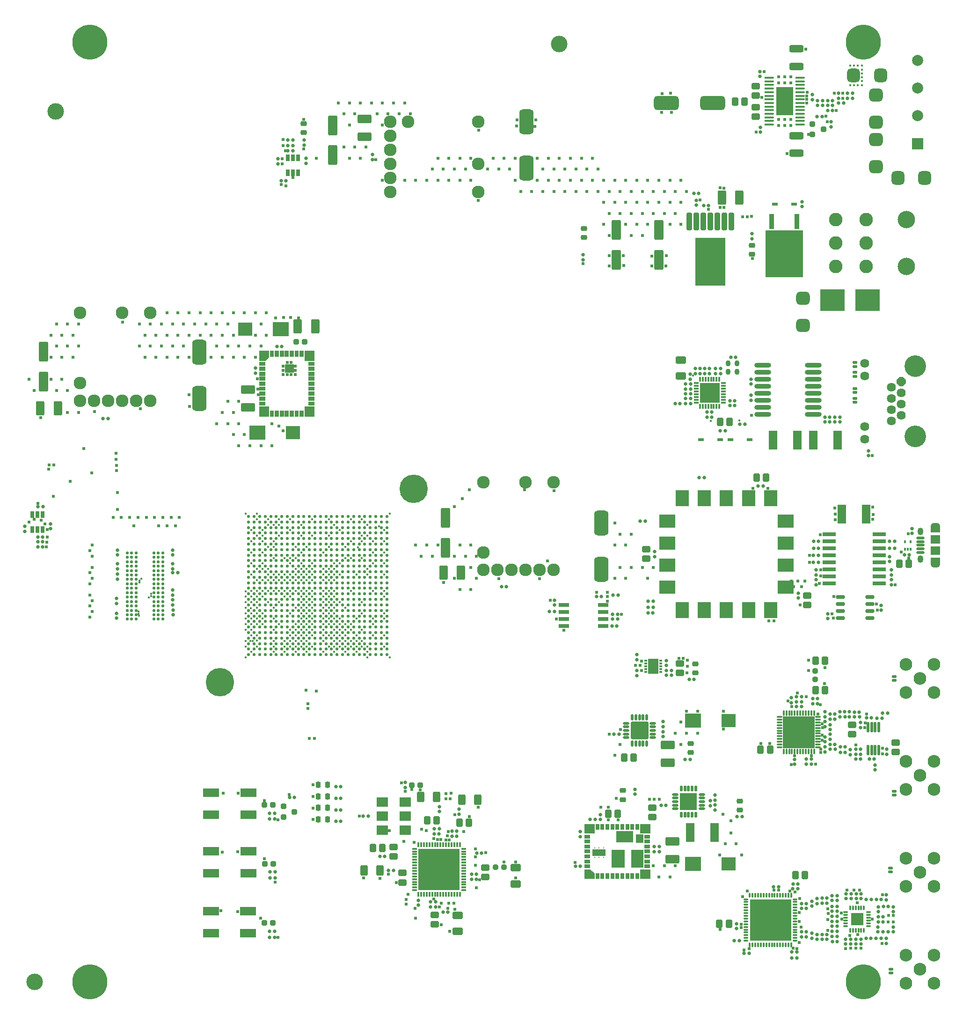
<source format=gts>
G04*
G04 #@! TF.GenerationSoftware,Altium Limited,Altium Designer,20.1.11 (218)*
G04*
G04 Layer_Color=8388736*
%FSLAX24Y24*%
%MOIN*%
G70*
G04*
G04 #@! TF.SameCoordinates,C20E3654-7A5B-4E15-AF0D-48D46733EB80*
G04*
G04*
G04 #@! TF.FilePolarity,Negative*
G04*
G01*
G75*
%ADD27R,0.1220X0.2032*%
%ADD53R,0.0370X0.1100*%
%ADD54R,0.2690X0.3350*%
%ADD72R,0.0437X0.0237*%
%ADD73R,0.0600X0.1360*%
%ADD106R,0.0650X0.0512*%
G04:AMPARAMS|DCode=107|XSize=97mil|YSize=93mil|CornerRadius=25.3mil|HoleSize=0mil|Usage=FLASHONLY|Rotation=270.000|XOffset=0mil|YOffset=0mil|HoleType=Round|Shape=RoundedRectangle|*
%AMROUNDEDRECTD107*
21,1,0.0970,0.0425,0,0,270.0*
21,1,0.0465,0.0930,0,0,270.0*
1,1,0.0505,-0.0213,-0.0232*
1,1,0.0505,-0.0213,0.0232*
1,1,0.0505,0.0213,0.0232*
1,1,0.0505,0.0213,-0.0232*
%
%ADD107ROUNDEDRECTD107*%
G04:AMPARAMS|DCode=108|XSize=24mil|YSize=24mil|CornerRadius=8mil|HoleSize=0mil|Usage=FLASHONLY|Rotation=180.000|XOffset=0mil|YOffset=0mil|HoleType=Round|Shape=RoundedRectangle|*
%AMROUNDEDRECTD108*
21,1,0.0240,0.0080,0,0,180.0*
21,1,0.0080,0.0240,0,0,180.0*
1,1,0.0160,-0.0040,0.0040*
1,1,0.0160,0.0040,0.0040*
1,1,0.0160,0.0040,-0.0040*
1,1,0.0160,-0.0040,-0.0040*
%
%ADD108ROUNDEDRECTD108*%
G04:AMPARAMS|DCode=109|XSize=97mil|YSize=93mil|CornerRadius=25.3mil|HoleSize=0mil|Usage=FLASHONLY|Rotation=0.000|XOffset=0mil|YOffset=0mil|HoleType=Round|Shape=RoundedRectangle|*
%AMROUNDEDRECTD109*
21,1,0.0970,0.0425,0,0,0.0*
21,1,0.0465,0.0930,0,0,0.0*
1,1,0.0505,0.0232,-0.0213*
1,1,0.0505,-0.0232,-0.0213*
1,1,0.0505,-0.0232,0.0213*
1,1,0.0505,0.0232,0.0213*
%
%ADD109ROUNDEDRECTD109*%
G04:AMPARAMS|DCode=110|XSize=24mil|YSize=24mil|CornerRadius=8mil|HoleSize=0mil|Usage=FLASHONLY|Rotation=90.000|XOffset=0mil|YOffset=0mil|HoleType=Round|Shape=RoundedRectangle|*
%AMROUNDEDRECTD110*
21,1,0.0240,0.0080,0,0,90.0*
21,1,0.0080,0.0240,0,0,90.0*
1,1,0.0160,0.0040,0.0040*
1,1,0.0160,0.0040,-0.0040*
1,1,0.0160,-0.0040,-0.0040*
1,1,0.0160,-0.0040,0.0040*
%
%ADD110ROUNDEDRECTD110*%
%ADD111O,0.0355X0.0119*%
%ADD112O,0.0119X0.0355*%
%ADD113R,0.0867X0.0867*%
G04:AMPARAMS|DCode=114|XSize=19.7mil|YSize=31.6mil|CornerRadius=4mil|HoleSize=0mil|Usage=FLASHONLY|Rotation=270.000|XOffset=0mil|YOffset=0mil|HoleType=Round|Shape=RoundedRectangle|*
%AMROUNDEDRECTD114*
21,1,0.0197,0.0236,0,0,270.0*
21,1,0.0118,0.0316,0,0,270.0*
1,1,0.0079,-0.0118,-0.0059*
1,1,0.0079,-0.0118,0.0059*
1,1,0.0079,0.0118,0.0059*
1,1,0.0079,0.0118,-0.0059*
%
%ADD114ROUNDEDRECTD114*%
G04:AMPARAMS|DCode=115|XSize=59mil|YSize=47mil|CornerRadius=10mil|HoleSize=0mil|Usage=FLASHONLY|Rotation=90.000|XOffset=0mil|YOffset=0mil|HoleType=Round|Shape=RoundedRectangle|*
%AMROUNDEDRECTD115*
21,1,0.0590,0.0271,0,0,90.0*
21,1,0.0391,0.0470,0,0,90.0*
1,1,0.0199,0.0135,0.0195*
1,1,0.0199,0.0135,-0.0195*
1,1,0.0199,-0.0135,-0.0195*
1,1,0.0199,-0.0135,0.0195*
%
%ADD115ROUNDEDRECTD115*%
%ADD116O,0.0131X0.0355*%
%ADD117O,0.0146X0.0370*%
%ADD118O,0.0355X0.0131*%
%ADD119R,0.2953X0.2953*%
G04:AMPARAMS|DCode=120|XSize=102.4mil|YSize=63.1mil|CornerRadius=13.8mil|HoleSize=0mil|Usage=FLASHONLY|Rotation=0.000|XOffset=0mil|YOffset=0mil|HoleType=Round|Shape=RoundedRectangle|*
%AMROUNDEDRECTD120*
21,1,0.1024,0.0354,0,0,0.0*
21,1,0.0748,0.0631,0,0,0.0*
1,1,0.0276,0.0374,-0.0177*
1,1,0.0276,-0.0374,-0.0177*
1,1,0.0276,-0.0374,0.0177*
1,1,0.0276,0.0374,0.0177*
%
%ADD120ROUNDEDRECTD120*%
G04:AMPARAMS|DCode=121|XSize=142.2mil|YSize=66.2mil|CornerRadius=9.8mil|HoleSize=0mil|Usage=FLASHONLY|Rotation=90.000|XOffset=0mil|YOffset=0mil|HoleType=Round|Shape=RoundedRectangle|*
%AMROUNDEDRECTD121*
21,1,0.1422,0.0467,0,0,90.0*
21,1,0.1226,0.0662,0,0,90.0*
1,1,0.0196,0.0233,0.0613*
1,1,0.0196,0.0233,-0.0613*
1,1,0.0196,-0.0233,-0.0613*
1,1,0.0196,-0.0233,0.0613*
%
%ADD121ROUNDEDRECTD121*%
G04:AMPARAMS|DCode=122|XSize=39mil|YSize=38mil|CornerRadius=8mil|HoleSize=0mil|Usage=FLASHONLY|Rotation=180.000|XOffset=0mil|YOffset=0mil|HoleType=Round|Shape=RoundedRectangle|*
%AMROUNDEDRECTD122*
21,1,0.0390,0.0221,0,0,180.0*
21,1,0.0231,0.0380,0,0,180.0*
1,1,0.0159,-0.0116,0.0111*
1,1,0.0159,0.0116,0.0111*
1,1,0.0159,0.0116,-0.0111*
1,1,0.0159,-0.0116,-0.0111*
%
%ADD122ROUNDEDRECTD122*%
G04:AMPARAMS|DCode=123|XSize=102.4mil|YSize=63.1mil|CornerRadius=13.8mil|HoleSize=0mil|Usage=FLASHONLY|Rotation=270.000|XOffset=0mil|YOffset=0mil|HoleType=Round|Shape=RoundedRectangle|*
%AMROUNDEDRECTD123*
21,1,0.1024,0.0354,0,0,270.0*
21,1,0.0748,0.0631,0,0,270.0*
1,1,0.0276,-0.0177,-0.0374*
1,1,0.0276,-0.0177,0.0374*
1,1,0.0276,0.0177,0.0374*
1,1,0.0276,0.0177,-0.0374*
%
%ADD123ROUNDEDRECTD123*%
%ADD124R,0.1131X0.1044*%
%ADD125R,0.1004X0.0917*%
%ADD126R,0.0724X0.0291*%
%ADD127C,0.0905*%
G04:AMPARAMS|DCode=128|XSize=177.2mil|YSize=102.4mil|CornerRadius=26.6mil|HoleSize=0mil|Usage=FLASHONLY|Rotation=270.000|XOffset=0mil|YOffset=0mil|HoleType=Round|Shape=RoundedRectangle|*
%AMROUNDEDRECTD128*
21,1,0.1772,0.0492,0,0,270.0*
21,1,0.1240,0.1024,0,0,270.0*
1,1,0.0532,-0.0246,-0.0620*
1,1,0.0532,-0.0246,0.0620*
1,1,0.0532,0.0246,0.0620*
1,1,0.0532,0.0246,-0.0620*
%
%ADD128ROUNDEDRECTD128*%
%ADD129C,0.0217*%
%ADD130C,0.0217*%
%ADD131R,0.0960X0.0275*%
%ADD132R,0.0291X0.0469*%
G04:AMPARAMS|DCode=133|XSize=75mil|YSize=51mil|CornerRadius=10mil|HoleSize=0mil|Usage=FLASHONLY|Rotation=0.000|XOffset=0mil|YOffset=0mil|HoleType=Round|Shape=RoundedRectangle|*
%AMROUNDEDRECTD133*
21,1,0.0750,0.0310,0,0,0.0*
21,1,0.0550,0.0510,0,0,0.0*
1,1,0.0200,0.0275,-0.0155*
1,1,0.0200,-0.0275,-0.0155*
1,1,0.0200,-0.0275,0.0155*
1,1,0.0200,0.0275,0.0155*
%
%ADD133ROUNDEDRECTD133*%
%ADD134R,0.0355X0.0138*%
%ADD135R,0.0138X0.0355*%
G04:AMPARAMS|DCode=136|XSize=137.9mil|YSize=137.9mil|CornerRadius=0mil|HoleSize=0mil|Usage=FLASHONLY|Rotation=180.000|XOffset=0mil|YOffset=0mil|HoleType=Round|Shape=RoundedRectangle|*
%AMROUNDEDRECTD136*
21,1,0.1379,0.1379,0,0,180.0*
21,1,0.1379,0.1379,0,0,180.0*
1,1,0.0000,-0.0689,0.0689*
1,1,0.0000,0.0689,0.0689*
1,1,0.0000,0.0689,-0.0689*
1,1,0.0000,-0.0689,-0.0689*
%
%ADD136ROUNDEDRECTD136*%
%ADD137O,0.1190X0.0340*%
G04:AMPARAMS|DCode=138|XSize=19.7mil|YSize=31.5mil|CornerRadius=3.9mil|HoleSize=0mil|Usage=FLASHONLY|Rotation=270.000|XOffset=0mil|YOffset=0mil|HoleType=Round|Shape=RoundedRectangle|*
%AMROUNDEDRECTD138*
21,1,0.0197,0.0236,0,0,270.0*
21,1,0.0118,0.0315,0,0,270.0*
1,1,0.0079,-0.0118,-0.0059*
1,1,0.0079,-0.0118,0.0059*
1,1,0.0079,0.0118,0.0059*
1,1,0.0079,0.0118,-0.0059*
%
%ADD138ROUNDEDRECTD138*%
G04:AMPARAMS|DCode=139|XSize=31.1mil|YSize=39mil|CornerRadius=9.2mil|HoleSize=0mil|Usage=FLASHONLY|Rotation=180.000|XOffset=0mil|YOffset=0mil|HoleType=Round|Shape=RoundedRectangle|*
%AMROUNDEDRECTD139*
21,1,0.0311,0.0207,0,0,180.0*
21,1,0.0128,0.0390,0,0,180.0*
1,1,0.0183,-0.0064,0.0103*
1,1,0.0183,0.0064,0.0103*
1,1,0.0183,0.0064,-0.0103*
1,1,0.0183,-0.0064,-0.0103*
%
%ADD139ROUNDEDRECTD139*%
G04:AMPARAMS|DCode=140|XSize=43.4mil|YSize=35.5mil|CornerRadius=9.9mil|HoleSize=0mil|Usage=FLASHONLY|Rotation=0.000|XOffset=0mil|YOffset=0mil|HoleType=Round|Shape=RoundedRectangle|*
%AMROUNDEDRECTD140*
21,1,0.0434,0.0157,0,0,0.0*
21,1,0.0236,0.0355,0,0,0.0*
1,1,0.0197,0.0118,-0.0079*
1,1,0.0197,-0.0118,-0.0079*
1,1,0.0197,-0.0118,0.0079*
1,1,0.0197,0.0118,0.0079*
%
%ADD140ROUNDEDRECTD140*%
G04:AMPARAMS|DCode=141|XSize=59mil|YSize=47mil|CornerRadius=10mil|HoleSize=0mil|Usage=FLASHONLY|Rotation=0.000|XOffset=0mil|YOffset=0mil|HoleType=Round|Shape=RoundedRectangle|*
%AMROUNDEDRECTD141*
21,1,0.0590,0.0271,0,0,0.0*
21,1,0.0391,0.0470,0,0,0.0*
1,1,0.0199,0.0195,-0.0135*
1,1,0.0199,-0.0195,-0.0135*
1,1,0.0199,-0.0195,0.0135*
1,1,0.0199,0.0195,0.0135*
%
%ADD141ROUNDEDRECTD141*%
%ADD142O,0.0670X0.0158*%
G04:AMPARAMS|DCode=143|XSize=37mil|YSize=40.9mil|CornerRadius=5.9mil|HoleSize=0mil|Usage=FLASHONLY|Rotation=90.000|XOffset=0mil|YOffset=0mil|HoleType=Round|Shape=RoundedRectangle|*
%AMROUNDEDRECTD143*
21,1,0.0370,0.0291,0,0,90.0*
21,1,0.0252,0.0409,0,0,90.0*
1,1,0.0118,0.0146,0.0126*
1,1,0.0118,0.0146,-0.0126*
1,1,0.0118,-0.0146,-0.0126*
1,1,0.0118,-0.0146,0.0126*
%
%ADD143ROUNDEDRECTD143*%
G04:AMPARAMS|DCode=144|XSize=126mil|YSize=40.6mil|CornerRadius=11.5mil|HoleSize=0mil|Usage=FLASHONLY|Rotation=270.000|XOffset=0mil|YOffset=0mil|HoleType=Round|Shape=RoundedRectangle|*
%AMROUNDEDRECTD144*
21,1,0.1260,0.0175,0,0,270.0*
21,1,0.1030,0.0406,0,0,270.0*
1,1,0.0230,-0.0088,-0.0515*
1,1,0.0230,-0.0088,0.0515*
1,1,0.0230,0.0088,0.0515*
1,1,0.0230,0.0088,-0.0515*
%
%ADD144ROUNDEDRECTD144*%
%ADD145R,0.2161X0.3417*%
G04:AMPARAMS|DCode=146|XSize=102.4mil|YSize=51.2mil|CornerRadius=13.8mil|HoleSize=0mil|Usage=FLASHONLY|Rotation=0.000|XOffset=0mil|YOffset=0mil|HoleType=Round|Shape=RoundedRectangle|*
%AMROUNDEDRECTD146*
21,1,0.1024,0.0236,0,0,0.0*
21,1,0.0748,0.0512,0,0,0.0*
1,1,0.0276,0.0374,-0.0118*
1,1,0.0276,-0.0374,-0.0118*
1,1,0.0276,-0.0374,0.0118*
1,1,0.0276,0.0374,0.0118*
%
%ADD146ROUNDEDRECTD146*%
%ADD147R,0.1750X0.1580*%
G04:AMPARAMS|DCode=148|XSize=177.2mil|YSize=102.4mil|CornerRadius=26.6mil|HoleSize=0mil|Usage=FLASHONLY|Rotation=0.000|XOffset=0mil|YOffset=0mil|HoleType=Round|Shape=RoundedRectangle|*
%AMROUNDEDRECTD148*
21,1,0.1772,0.0492,0,0,0.0*
21,1,0.1240,0.1024,0,0,0.0*
1,1,0.0532,0.0620,-0.0246*
1,1,0.0532,-0.0620,-0.0246*
1,1,0.0532,-0.0620,0.0246*
1,1,0.0532,0.0620,0.0246*
%
%ADD148ROUNDEDRECTD148*%
%ADD149R,0.0961X0.1157*%
%ADD150R,0.1157X0.0961*%
%ADD151R,0.1138X0.0606*%
G04:AMPARAMS|DCode=152|XSize=43.4mil|YSize=35.5mil|CornerRadius=9.9mil|HoleSize=0mil|Usage=FLASHONLY|Rotation=90.000|XOffset=0mil|YOffset=0mil|HoleType=Round|Shape=RoundedRectangle|*
%AMROUNDEDRECTD152*
21,1,0.0434,0.0157,0,0,90.0*
21,1,0.0236,0.0355,0,0,90.0*
1,1,0.0197,0.0079,0.0118*
1,1,0.0197,0.0079,-0.0118*
1,1,0.0197,-0.0079,-0.0118*
1,1,0.0197,-0.0079,0.0118*
%
%ADD152ROUNDEDRECTD152*%
%ADD153O,0.0165X0.0390*%
%ADD154O,0.0390X0.0165*%
%ADD155R,0.2260X0.2260*%
G04:AMPARAMS|DCode=156|XSize=39mil|YSize=38mil|CornerRadius=11mil|HoleSize=0mil|Usage=FLASHONLY|Rotation=270.000|XOffset=0mil|YOffset=0mil|HoleType=Round|Shape=RoundedRectangle|*
%AMROUNDEDRECTD156*
21,1,0.0390,0.0160,0,0,270.0*
21,1,0.0170,0.0380,0,0,270.0*
1,1,0.0220,-0.0080,-0.0085*
1,1,0.0220,-0.0080,0.0085*
1,1,0.0220,0.0080,0.0085*
1,1,0.0220,0.0080,-0.0085*
%
%ADD156ROUNDEDRECTD156*%
G04:AMPARAMS|DCode=157|XSize=75mil|YSize=51mil|CornerRadius=10mil|HoleSize=0mil|Usage=FLASHONLY|Rotation=90.000|XOffset=0mil|YOffset=0mil|HoleType=Round|Shape=RoundedRectangle|*
%AMROUNDEDRECTD157*
21,1,0.0750,0.0310,0,0,90.0*
21,1,0.0550,0.0510,0,0,90.0*
1,1,0.0200,0.0155,0.0275*
1,1,0.0200,0.0155,-0.0275*
1,1,0.0200,-0.0155,-0.0275*
1,1,0.0200,-0.0155,0.0275*
%
%ADD157ROUNDEDRECTD157*%
G04:AMPARAMS|DCode=158|XSize=39mil|YSize=38mil|CornerRadius=11mil|HoleSize=0mil|Usage=FLASHONLY|Rotation=0.000|XOffset=0mil|YOffset=0mil|HoleType=Round|Shape=RoundedRectangle|*
%AMROUNDEDRECTD158*
21,1,0.0390,0.0160,0,0,0.0*
21,1,0.0170,0.0380,0,0,0.0*
1,1,0.0220,0.0085,-0.0080*
1,1,0.0220,-0.0085,-0.0080*
1,1,0.0220,-0.0085,0.0080*
1,1,0.0220,0.0085,0.0080*
%
%ADD158ROUNDEDRECTD158*%
%ADD159R,0.2969X0.2969*%
%ADD160O,0.0370X0.0146*%
%ADD161R,0.0724X0.0685*%
%ADD162R,0.0291X0.0429*%
%ADD163R,0.0429X0.0291*%
%ADD164R,0.0921X0.1276*%
%ADD165R,0.0906X0.1260*%
%ADD166R,0.1240X0.0843*%
%ADD167R,0.0528X0.0591*%
%ADD168R,0.0941X0.0488*%
G04:AMPARAMS|DCode=169|XSize=19.3mil|YSize=44.9mil|CornerRadius=6.2mil|HoleSize=0mil|Usage=FLASHONLY|Rotation=180.000|XOffset=0mil|YOffset=0mil|HoleType=Round|Shape=RoundedRectangle|*
%AMROUNDEDRECTD169*
21,1,0.0193,0.0325,0,0,180.0*
21,1,0.0069,0.0449,0,0,180.0*
1,1,0.0124,-0.0034,0.0162*
1,1,0.0124,0.0034,0.0162*
1,1,0.0124,0.0034,-0.0162*
1,1,0.0124,-0.0034,-0.0162*
%
%ADD169ROUNDEDRECTD169*%
G04:AMPARAMS|DCode=170|XSize=19.3mil|YSize=44.9mil|CornerRadius=6.2mil|HoleSize=0mil|Usage=FLASHONLY|Rotation=90.000|XOffset=0mil|YOffset=0mil|HoleType=Round|Shape=RoundedRectangle|*
%AMROUNDEDRECTD170*
21,1,0.0193,0.0325,0,0,90.0*
21,1,0.0069,0.0449,0,0,90.0*
1,1,0.0124,0.0162,0.0034*
1,1,0.0124,0.0162,-0.0034*
1,1,0.0124,-0.0162,-0.0034*
1,1,0.0124,-0.0162,0.0034*
%
%ADD170ROUNDEDRECTD170*%
G04:AMPARAMS|DCode=171|XSize=124mil|YSize=124mil|CornerRadius=6.2mil|HoleSize=0mil|Usage=FLASHONLY|Rotation=180.000|XOffset=0mil|YOffset=0mil|HoleType=Round|Shape=RoundedRectangle|*
%AMROUNDEDRECTD171*
21,1,0.1240,0.1116,0,0,180.0*
21,1,0.1116,0.1240,0,0,180.0*
1,1,0.0124,-0.0558,0.0558*
1,1,0.0124,0.0558,0.0558*
1,1,0.0124,0.0558,-0.0558*
1,1,0.0124,-0.0558,-0.0558*
%
%ADD171ROUNDEDRECTD171*%
%ADD172R,0.1240X0.1240*%
G04:AMPARAMS|DCode=173|XSize=42.9mil|YSize=17.3mil|CornerRadius=5.7mil|HoleSize=0mil|Usage=FLASHONLY|Rotation=90.000|XOffset=0mil|YOffset=0mil|HoleType=Round|Shape=RoundedRectangle|*
%AMROUNDEDRECTD173*
21,1,0.0429,0.0059,0,0,90.0*
21,1,0.0315,0.0173,0,0,90.0*
1,1,0.0114,0.0030,0.0157*
1,1,0.0114,0.0030,-0.0157*
1,1,0.0114,-0.0030,-0.0157*
1,1,0.0114,-0.0030,0.0157*
%
%ADD173ROUNDEDRECTD173*%
G04:AMPARAMS|DCode=174|XSize=15.7mil|YSize=21.7mil|CornerRadius=4.9mil|HoleSize=0mil|Usage=FLASHONLY|Rotation=180.000|XOffset=0mil|YOffset=0mil|HoleType=Round|Shape=RoundedRectangle|*
%AMROUNDEDRECTD174*
21,1,0.0157,0.0118,0,0,180.0*
21,1,0.0059,0.0217,0,0,180.0*
1,1,0.0098,-0.0030,0.0059*
1,1,0.0098,0.0030,0.0059*
1,1,0.0098,0.0030,-0.0059*
1,1,0.0098,-0.0030,-0.0059*
%
%ADD174ROUNDEDRECTD174*%
%ADD175O,0.0665X0.0291*%
%ADD176R,0.0650X0.0630*%
G04:AMPARAMS|DCode=177|XSize=19.7mil|YSize=57.1mil|CornerRadius=5.9mil|HoleSize=0mil|Usage=FLASHONLY|Rotation=90.000|XOffset=0mil|YOffset=0mil|HoleType=Round|Shape=RoundedRectangle|*
%AMROUNDEDRECTD177*
21,1,0.0197,0.0453,0,0,90.0*
21,1,0.0079,0.0571,0,0,90.0*
1,1,0.0118,0.0226,0.0039*
1,1,0.0118,0.0226,-0.0039*
1,1,0.0118,-0.0226,-0.0039*
1,1,0.0118,-0.0226,0.0039*
%
%ADD177ROUNDEDRECTD177*%
%ADD178O,0.0213X0.0764*%
%ADD179C,0.1181*%
%ADD180R,0.0772X0.1063*%
%ADD181R,0.0248X0.0150*%
%ADD182R,0.0823X0.0665*%
%ADD183R,0.0790X0.0790*%
%ADD184C,0.0790*%
%ADD185C,0.2496*%
%ADD186C,0.0906*%
%ADD187C,0.2024*%
%ADD188C,0.1240*%
%ADD189C,0.0970*%
%ADD190C,0.0276*%
G04:AMPARAMS|DCode=191|XSize=41.3mil|YSize=65mil|CornerRadius=20.7mil|HoleSize=0mil|Usage=FLASHONLY|Rotation=270.000|XOffset=0mil|YOffset=0mil|HoleType=Round|Shape=RoundedRectangle|*
%AMROUNDEDRECTD191*
21,1,0.0413,0.0236,0,0,270.0*
21,1,0.0000,0.0650,0,0,270.0*
1,1,0.0413,-0.0118,0.0000*
1,1,0.0413,-0.0118,0.0000*
1,1,0.0413,0.0118,0.0000*
1,1,0.0413,0.0118,0.0000*
%
%ADD191ROUNDEDRECTD191*%
G04:AMPARAMS|DCode=192|XSize=53.1mil|YSize=41.3mil|CornerRadius=20.7mil|HoleSize=0mil|Usage=FLASHONLY|Rotation=270.000|XOffset=0mil|YOffset=0mil|HoleType=Round|Shape=RoundedRectangle|*
%AMROUNDEDRECTD192*
21,1,0.0531,0.0000,0,0,270.0*
21,1,0.0118,0.0413,0,0,270.0*
1,1,0.0413,0.0000,-0.0059*
1,1,0.0413,0.0000,0.0059*
1,1,0.0413,0.0000,0.0059*
1,1,0.0413,0.0000,-0.0059*
%
%ADD192ROUNDEDRECTD192*%
%ADD193C,0.0640*%
%ADD194P,0.0693X8X112.5*%
%ADD195C,0.1540*%
%ADD196C,0.0237*%
%ADD197C,0.0160*%
%ADD198C,0.0240*%
%ADD199C,0.0118*%
%ADD200C,0.0260*%
%ADD201C,0.0197*%
G36*
X21158Y46490D02*
X20866D01*
Y46920D01*
X21158D01*
Y46490D01*
D02*
G37*
G36*
X20803D02*
X20512D01*
Y46920D01*
X20803D01*
Y46490D01*
D02*
G37*
G36*
X20449D02*
X20158D01*
Y46920D01*
X20449D01*
Y46490D01*
D02*
G37*
G36*
X20095D02*
X19803D01*
Y46920D01*
X20095D01*
Y46490D01*
D02*
G37*
G36*
X19740D02*
X19449D01*
Y46920D01*
X19740D01*
Y46490D01*
D02*
G37*
G36*
X19386D02*
X19095D01*
Y46920D01*
X19386D01*
Y46490D01*
D02*
G37*
G36*
X19032D02*
X18740D01*
Y46920D01*
X19032D01*
Y46490D01*
D02*
G37*
G36*
X21906Y46195D02*
X21221D01*
Y46920D01*
X21906D01*
Y46195D01*
D02*
G37*
G36*
X18677Y46463D02*
X18410Y46195D01*
X17992D01*
Y46920D01*
X18677D01*
Y46463D01*
D02*
G37*
G36*
X21906Y45841D02*
X21476D01*
Y46132D01*
X21906D01*
Y45841D01*
D02*
G37*
G36*
X18421D02*
X17992D01*
Y46132D01*
X18421D01*
Y45841D01*
D02*
G37*
G36*
X21906Y45487D02*
X21476D01*
Y45778D01*
X21906D01*
Y45487D01*
D02*
G37*
G36*
X18421D02*
X17992D01*
Y45778D01*
X18421D01*
Y45487D01*
D02*
G37*
G36*
X20441Y45337D02*
X19811D01*
Y45967D01*
X20441D01*
Y45337D01*
D02*
G37*
G36*
X21906Y45132D02*
X21476D01*
Y45424D01*
X21906D01*
Y45132D01*
D02*
G37*
G36*
X18421D02*
X17992D01*
Y45424D01*
X18421D01*
Y45132D01*
D02*
G37*
G36*
X21906Y44778D02*
X21476D01*
Y45069D01*
X21906D01*
Y44778D01*
D02*
G37*
G36*
X18421D02*
X17992D01*
Y45069D01*
X18421D01*
Y44778D01*
D02*
G37*
G36*
X21906Y44424D02*
X21476D01*
Y44715D01*
X21906D01*
Y44424D01*
D02*
G37*
G36*
X18421D02*
X17992D01*
Y44715D01*
X18421D01*
Y44424D01*
D02*
G37*
G36*
X21906Y44069D02*
X21476D01*
Y44361D01*
X21906D01*
Y44069D01*
D02*
G37*
G36*
X18421D02*
X17992D01*
Y44361D01*
X18421D01*
Y44069D01*
D02*
G37*
G36*
X21906Y43715D02*
X21476D01*
Y44006D01*
X21906D01*
Y43715D01*
D02*
G37*
G36*
X18421D02*
X17992D01*
Y44006D01*
X18421D01*
Y43715D01*
D02*
G37*
G36*
X21906Y43361D02*
X21476D01*
Y43652D01*
X21906D01*
Y43361D01*
D02*
G37*
G36*
X18421D02*
X17992D01*
Y43652D01*
X18421D01*
Y43361D01*
D02*
G37*
G36*
X21906Y43006D02*
X21476D01*
Y43298D01*
X21906D01*
Y43006D01*
D02*
G37*
G36*
X18421D02*
X17992D01*
Y43298D01*
X18421D01*
Y43006D01*
D02*
G37*
G36*
X21906Y42219D02*
X21221D01*
Y42943D01*
X21906D01*
Y42219D01*
D02*
G37*
G36*
X21158D02*
X20866D01*
Y42648D01*
X21158D01*
Y42219D01*
D02*
G37*
G36*
X20803D02*
X20512D01*
Y42648D01*
X20803D01*
Y42219D01*
D02*
G37*
G36*
X20449D02*
X20158D01*
Y42648D01*
X20449D01*
Y42219D01*
D02*
G37*
G36*
X20095D02*
X19803D01*
Y42648D01*
X20095D01*
Y42219D01*
D02*
G37*
G36*
X19740D02*
X19449D01*
Y42648D01*
X19740D01*
Y42219D01*
D02*
G37*
G36*
X19386D02*
X19095D01*
Y42648D01*
X19386D01*
Y42219D01*
D02*
G37*
G36*
X19032D02*
X18740D01*
Y42648D01*
X19032D01*
Y42219D01*
D02*
G37*
G36*
X18677D02*
X17992D01*
Y42943D01*
X18677D01*
Y42219D01*
D02*
G37*
G36*
X41550Y9999D02*
X41551Y9998D01*
X41552Y9998D01*
X41553Y9998D01*
X41554Y9998D01*
X41556Y9998D01*
X41557Y9998D01*
X41558Y9997D01*
X41559Y9997D01*
X41560Y9997D01*
X41561Y9996D01*
X41562Y9996D01*
X41563Y9995D01*
X41564Y9995D01*
X41565Y9994D01*
X41566Y9994D01*
X41566Y9993D01*
X41567Y9992D01*
X41568Y9992D01*
X41863Y9736D01*
X41864Y9735D01*
X41865Y9735D01*
X41866Y9734D01*
X41867Y9733D01*
X41867Y9732D01*
X41868Y9731D01*
X41868Y9730D01*
X41869Y9729D01*
X41869Y9728D01*
X41870Y9728D01*
X41870Y9726D01*
X41871Y9725D01*
X41871Y9724D01*
X41872Y9724D01*
X41872Y9722D01*
X41872Y9721D01*
X41872Y9720D01*
X41873Y9719D01*
X41873Y9718D01*
X41873Y9717D01*
X41873Y9716D01*
X41873Y9715D01*
X41873Y9341D01*
D01*
Y9341D01*
X41873Y9337D01*
X41872Y9332D01*
X41871Y9331D01*
X41870Y9328D01*
X41868Y9325D01*
X41865Y9321D01*
X41865D01*
Y9321D01*
X41862Y9319D01*
X41858Y9316D01*
X41856Y9315D01*
X41854Y9315D01*
X41850Y9314D01*
X41845Y9313D01*
X41845D01*
D01*
X41176D01*
X41172Y9314D01*
X41168Y9315D01*
X41164Y9316D01*
X41160Y9319D01*
X41157Y9321D01*
X41154Y9325D01*
X41151Y9328D01*
X41150Y9332D01*
X41149Y9337D01*
X41148Y9341D01*
Y9971D01*
D01*
Y9971D01*
X41149Y9975D01*
X41150Y9979D01*
X41151Y9983D01*
X41154Y9987D01*
X41157Y9990D01*
X41160Y9993D01*
X41164Y9996D01*
X41168Y9997D01*
X41172Y9998D01*
X41176Y9999D01*
D01*
X41176D01*
X41550Y9999D01*
D02*
G37*
D27*
X55429Y64684D02*
D03*
D53*
X56285Y56125D02*
D03*
X54482D02*
D03*
D54*
X55384Y53810D02*
D03*
D72*
X51559Y40571D02*
D03*
X52917D02*
D03*
X50822Y40589D02*
D03*
X49464D02*
D03*
X56078Y57366D02*
D03*
X54720D02*
D03*
D73*
X57467Y40552D02*
D03*
X59197D02*
D03*
X54581Y40551D02*
D03*
X56311D02*
D03*
X61219Y35299D02*
D03*
X59489D02*
D03*
X50423Y12625D02*
D03*
X48693D02*
D03*
D106*
X66146Y31936D02*
D03*
X66146Y34219D02*
D03*
D107*
X62243Y66509D02*
D03*
X60314D02*
D03*
X65405Y59231D02*
D03*
X63476D02*
D03*
D108*
X60272Y65248D02*
D03*
Y64898D02*
D03*
X57347Y5436D02*
D03*
Y5086D02*
D03*
X57344Y7730D02*
D03*
Y7380D02*
D03*
X58802Y5936D02*
D03*
Y5586D02*
D03*
X59757Y4674D02*
D03*
Y5024D02*
D03*
X59787Y7905D02*
D03*
Y8255D02*
D03*
X60487Y5024D02*
D03*
Y4674D02*
D03*
X60122D02*
D03*
Y5024D02*
D03*
X60150Y7906D02*
D03*
Y8256D02*
D03*
X60508Y7908D02*
D03*
Y8258D02*
D03*
X62069Y5889D02*
D03*
Y5539D02*
D03*
X62086Y6982D02*
D03*
Y7332D02*
D03*
X62648Y4728D02*
D03*
Y5078D02*
D03*
X62645Y8183D02*
D03*
Y7833D02*
D03*
X51997Y6131D02*
D03*
Y5781D02*
D03*
X57719Y5011D02*
D03*
Y5361D02*
D03*
X59152Y5939D02*
D03*
Y5589D02*
D03*
X57719Y7555D02*
D03*
Y7905D02*
D03*
X60852Y5024D02*
D03*
Y4674D02*
D03*
X60866Y7908D02*
D03*
Y8258D02*
D03*
X63153Y5900D02*
D03*
Y5550D02*
D03*
X63159Y6969D02*
D03*
Y7319D02*
D03*
X7879Y32369D02*
D03*
Y32719D02*
D03*
Y31389D02*
D03*
Y31739D02*
D03*
Y30664D02*
D03*
Y31014D02*
D03*
X7807Y29275D02*
D03*
Y28925D02*
D03*
X7823Y28225D02*
D03*
Y27875D02*
D03*
X11821Y29870D02*
D03*
Y29520D02*
D03*
X11842Y28111D02*
D03*
Y28461D02*
D03*
X11821Y28831D02*
D03*
Y29181D02*
D03*
Y32369D02*
D03*
Y32719D02*
D03*
Y31739D02*
D03*
Y31389D02*
D03*
X58647Y19940D02*
D03*
Y20290D02*
D03*
X58298Y20507D02*
D03*
Y20157D02*
D03*
X17707Y45324D02*
D03*
Y45674D02*
D03*
X39007Y28810D02*
D03*
Y29160D02*
D03*
X43522Y28161D02*
D03*
Y27811D02*
D03*
X43166Y27810D02*
D03*
Y28160D02*
D03*
X21338Y60257D02*
D03*
Y60607D02*
D03*
X19312Y60223D02*
D03*
Y60573D02*
D03*
X26040Y60878D02*
D03*
Y60528D02*
D03*
X1283Y34417D02*
D03*
Y34067D02*
D03*
X3117Y34597D02*
D03*
Y34247D02*
D03*
X48702Y44896D02*
D03*
Y45246D02*
D03*
X59352Y42196D02*
D03*
Y41846D02*
D03*
X58993Y42192D02*
D03*
Y41842D02*
D03*
X58275Y42192D02*
D03*
Y41842D02*
D03*
X58634Y42192D02*
D03*
Y41842D02*
D03*
X49058Y45645D02*
D03*
Y45295D02*
D03*
X49736Y45646D02*
D03*
Y45296D02*
D03*
X50498Y45648D02*
D03*
Y45298D02*
D03*
X49895Y42200D02*
D03*
Y42550D02*
D03*
X50871Y45295D02*
D03*
Y45645D02*
D03*
X51512Y43355D02*
D03*
Y43005D02*
D03*
X51866Y43355D02*
D03*
Y43005D02*
D03*
X53018Y43751D02*
D03*
Y43401D02*
D03*
X53013Y44551D02*
D03*
Y44901D02*
D03*
X61394Y39436D02*
D03*
Y39786D02*
D03*
X50237Y42200D02*
D03*
Y42550D02*
D03*
X49402Y45646D02*
D03*
Y45296D02*
D03*
X50070Y45646D02*
D03*
Y45296D02*
D03*
X41040Y53740D02*
D03*
Y53390D02*
D03*
X49124Y57634D02*
D03*
Y57284D02*
D03*
X53082Y54901D02*
D03*
Y55251D02*
D03*
X57396Y65146D02*
D03*
Y64796D02*
D03*
X58117Y64735D02*
D03*
Y64385D02*
D03*
X58737Y62861D02*
D03*
Y63211D02*
D03*
X58835Y64385D02*
D03*
Y64735D02*
D03*
X59901Y65248D02*
D03*
Y64898D02*
D03*
X56669Y57531D02*
D03*
Y57181D02*
D03*
X53673Y62832D02*
D03*
Y62482D02*
D03*
X53671Y66788D02*
D03*
Y66438D02*
D03*
X57758Y64385D02*
D03*
Y64735D02*
D03*
X58476Y64385D02*
D03*
Y64735D02*
D03*
X59266Y64898D02*
D03*
Y65248D02*
D03*
X46166Y32260D02*
D03*
Y32610D02*
D03*
X56376Y29667D02*
D03*
Y29317D02*
D03*
X56136Y17825D02*
D03*
Y17475D02*
D03*
X56256Y21929D02*
D03*
Y21579D02*
D03*
X56962Y17843D02*
D03*
Y17493D02*
D03*
X58298Y19419D02*
D03*
Y19069D02*
D03*
Y21214D02*
D03*
Y20864D02*
D03*
Y18366D02*
D03*
Y18716D02*
D03*
X57317Y17843D02*
D03*
Y17493D02*
D03*
X56615Y21929D02*
D03*
Y21579D02*
D03*
X55897Y21852D02*
D03*
Y22202D02*
D03*
X58641Y19602D02*
D03*
Y19252D02*
D03*
X44879Y25271D02*
D03*
Y24921D02*
D03*
X47348Y24159D02*
D03*
Y23809D02*
D03*
X46988Y24867D02*
D03*
Y24517D02*
D03*
X46988Y23813D02*
D03*
Y24163D02*
D03*
X44881Y23799D02*
D03*
Y24149D02*
D03*
X21176Y61912D02*
D03*
Y61561D02*
D03*
X28381Y16172D02*
D03*
Y15822D02*
D03*
X30826Y14107D02*
D03*
Y14457D02*
D03*
X32217Y13932D02*
D03*
Y14282D02*
D03*
X29311Y7447D02*
D03*
Y7797D02*
D03*
X44765Y15688D02*
D03*
Y15338D02*
D03*
X40849Y12329D02*
D03*
Y12679D02*
D03*
X42299Y13900D02*
D03*
Y13550D02*
D03*
X46480Y11263D02*
D03*
Y11613D02*
D03*
X46134Y11263D02*
D03*
Y11613D02*
D03*
X46742Y19798D02*
D03*
Y19448D02*
D03*
X46742Y20518D02*
D03*
Y20168D02*
D03*
X50459Y15281D02*
D03*
Y14931D02*
D03*
X50459Y14570D02*
D03*
Y14220D02*
D03*
X50110Y14522D02*
D03*
Y14872D02*
D03*
X57666Y30961D02*
D03*
Y31311D02*
D03*
X57664Y30602D02*
D03*
Y30252D02*
D03*
X58501Y28190D02*
D03*
Y27840D02*
D03*
X63027Y30958D02*
D03*
Y31308D02*
D03*
X62890Y31918D02*
D03*
Y32268D02*
D03*
X63024Y30605D02*
D03*
Y30255D02*
D03*
X64483Y34254D02*
D03*
Y33904D02*
D03*
X60034Y20854D02*
D03*
Y21204D02*
D03*
X60809Y20087D02*
D03*
Y20437D02*
D03*
X60095Y18505D02*
D03*
Y18155D02*
D03*
X62685Y18546D02*
D03*
Y18196D02*
D03*
X61840Y17423D02*
D03*
Y17073D02*
D03*
X62288Y28449D02*
D03*
Y28799D02*
D03*
D109*
X61917Y60031D02*
D03*
Y61961D02*
D03*
Y65102D02*
D03*
Y63173D02*
D03*
X56711Y50663D02*
D03*
Y48734D02*
D03*
D110*
X51839Y4928D02*
D03*
X52189D02*
D03*
X55933Y3699D02*
D03*
X56283D02*
D03*
X56621Y5186D02*
D03*
X56971D02*
D03*
X56621Y7555D02*
D03*
X56971D02*
D03*
X55997Y8602D02*
D03*
X56347D02*
D03*
X56009Y8959D02*
D03*
X56359D02*
D03*
X58431Y5002D02*
D03*
X58081D02*
D03*
X58434Y5360D02*
D03*
X58084D02*
D03*
X58434Y7584D02*
D03*
X58084D02*
D03*
X58801Y5210D02*
D03*
X59151D02*
D03*
X58802Y7004D02*
D03*
X59152D02*
D03*
Y6652D02*
D03*
X58802D02*
D03*
X58796Y7769D02*
D03*
X59146D02*
D03*
X58802Y7357D02*
D03*
X59152D02*
D03*
X58805Y8133D02*
D03*
X59155D02*
D03*
X61221Y5078D02*
D03*
X61571D02*
D03*
X61229Y7840D02*
D03*
X61579D02*
D03*
X61932Y5078D02*
D03*
X62282D02*
D03*
X62080Y6254D02*
D03*
X62430D02*
D03*
X62080Y6622D02*
D03*
X62430D02*
D03*
X61942Y7840D02*
D03*
X62292D02*
D03*
X62442Y7339D02*
D03*
X62792D02*
D03*
X52882Y4006D02*
D03*
X52532D02*
D03*
X54984Y8752D02*
D03*
X54634D02*
D03*
X55936Y4102D02*
D03*
X56286D02*
D03*
X56621Y5567D02*
D03*
X56971D02*
D03*
X56621Y7205D02*
D03*
X56971D02*
D03*
X58431Y7955D02*
D03*
X58081D02*
D03*
X58806Y4852D02*
D03*
X59156D02*
D03*
X59152Y6300D02*
D03*
X58802D02*
D03*
X62436Y5542D02*
D03*
X62786D02*
D03*
X6860Y42074D02*
D03*
X7210D02*
D03*
X11824Y31102D02*
D03*
X12174D02*
D03*
X19249Y47206D02*
D03*
X19599D02*
D03*
X35591Y30102D02*
D03*
X35241D02*
D03*
X38656Y28338D02*
D03*
X39006D02*
D03*
X42358Y29430D02*
D03*
X42008D02*
D03*
X43471Y27310D02*
D03*
X43121D02*
D03*
X43545Y29506D02*
D03*
X43195D02*
D03*
X19542Y59019D02*
D03*
X19892D02*
D03*
X20033Y61928D02*
D03*
X20383D02*
D03*
X20029Y61148D02*
D03*
X20379D02*
D03*
X20381Y61533D02*
D03*
X20031D02*
D03*
X2211Y33313D02*
D03*
X2561D02*
D03*
Y33668D02*
D03*
X2211D02*
D03*
X2561Y32958D02*
D03*
X2211D02*
D03*
X46041Y29088D02*
D03*
X45691D02*
D03*
X46048Y28664D02*
D03*
X45698D02*
D03*
X45686Y28242D02*
D03*
X46036D02*
D03*
X52223Y41697D02*
D03*
X52573D02*
D03*
X50832Y41205D02*
D03*
X51182D02*
D03*
X47970Y43165D02*
D03*
X47620D02*
D03*
X48360Y43163D02*
D03*
X48710D02*
D03*
X48360Y43854D02*
D03*
X48710D02*
D03*
X48360Y44546D02*
D03*
X48710D02*
D03*
X48360Y44200D02*
D03*
X48710D02*
D03*
X48360Y43508D02*
D03*
X48710D02*
D03*
X51583Y46457D02*
D03*
X51933D02*
D03*
X48949Y58133D02*
D03*
X49299D02*
D03*
X49999Y57265D02*
D03*
X49649D02*
D03*
X58828Y64027D02*
D03*
X58478D02*
D03*
X59609Y64547D02*
D03*
X59259D02*
D03*
X57736Y63598D02*
D03*
X58086D02*
D03*
X45128Y34798D02*
D03*
X45478D02*
D03*
X49675Y37894D02*
D03*
X49325D02*
D03*
X53525Y37273D02*
D03*
X53875D02*
D03*
X20146Y15121D02*
D03*
X20496D02*
D03*
X18738Y14001D02*
D03*
X19088D02*
D03*
Y13575D02*
D03*
X18738D02*
D03*
X18766Y9808D02*
D03*
X19116D02*
D03*
X18766Y9375D02*
D03*
X19116D02*
D03*
X18738Y5161D02*
D03*
X19088D02*
D03*
X18738Y5591D02*
D03*
X19088D02*
D03*
X23447Y15873D02*
D03*
X23797D02*
D03*
X23447Y15050D02*
D03*
X23797D02*
D03*
X23447Y14228D02*
D03*
X23797D02*
D03*
X23447Y13405D02*
D03*
X23797D02*
D03*
X59702Y21216D02*
D03*
X59352D02*
D03*
X59359Y20856D02*
D03*
X59709D02*
D03*
X59723Y18332D02*
D03*
X59373D02*
D03*
X59726Y18710D02*
D03*
X59376D02*
D03*
X56259Y22287D02*
D03*
X56609D02*
D03*
X57419Y21769D02*
D03*
X57769D02*
D03*
X57419Y22137D02*
D03*
X57769D02*
D03*
X59005Y18899D02*
D03*
X58655D02*
D03*
X59013Y18538D02*
D03*
X58663D02*
D03*
X48972Y23511D02*
D03*
X48622D02*
D03*
X33489Y11164D02*
D03*
X33839D02*
D03*
X26582Y10906D02*
D03*
X26932D02*
D03*
X27548Y9922D02*
D03*
X27198D02*
D03*
X33461Y9637D02*
D03*
X33111D02*
D03*
X33464Y9297D02*
D03*
X33114D02*
D03*
X30458Y12881D02*
D03*
X30808D02*
D03*
X30450Y12520D02*
D03*
X30800D02*
D03*
X31717Y12348D02*
D03*
X32067D02*
D03*
X31719Y12706D02*
D03*
X32069D02*
D03*
X30546Y7320D02*
D03*
X30196D02*
D03*
X31085Y6938D02*
D03*
X31435D02*
D03*
X30546Y7677D02*
D03*
X30196D02*
D03*
X52388Y13760D02*
D03*
X52038D02*
D03*
X41915Y13554D02*
D03*
X41565D02*
D03*
X40859Y10207D02*
D03*
X40509D02*
D03*
X43616Y19623D02*
D03*
X43266D02*
D03*
X46958Y14568D02*
D03*
X46608D02*
D03*
X48337Y17818D02*
D03*
X48687D02*
D03*
X57826Y33354D02*
D03*
X57476D02*
D03*
X57839Y32861D02*
D03*
X57489D02*
D03*
X57456Y32349D02*
D03*
X57806D02*
D03*
X57456Y31867D02*
D03*
X57806D02*
D03*
X64305Y32369D02*
D03*
X63955D02*
D03*
X63240Y33342D02*
D03*
X62890D02*
D03*
X63240Y32849D02*
D03*
X62890D02*
D03*
X58648Y20686D02*
D03*
X58998D02*
D03*
X58648Y21038D02*
D03*
X58998D02*
D03*
X60392Y20851D02*
D03*
X60742D02*
D03*
X61594Y20772D02*
D03*
X61244D02*
D03*
X60389Y21199D02*
D03*
X60739D02*
D03*
X60834Y18565D02*
D03*
X60484D02*
D03*
X61990Y20768D02*
D03*
X62340D02*
D03*
X60483Y17847D02*
D03*
X60833D02*
D03*
X60485Y18200D02*
D03*
X60835D02*
D03*
X61442Y17848D02*
D03*
X61792D02*
D03*
X62391Y21122D02*
D03*
X62741D02*
D03*
X2578Y35808D02*
D03*
X2228D02*
D03*
X25753Y13784D02*
D03*
X25403D02*
D03*
D111*
X61382Y5964D02*
D03*
Y6161D02*
D03*
Y6358D02*
D03*
Y6555D02*
D03*
Y6751D02*
D03*
Y6948D02*
D03*
X59768D02*
D03*
Y6751D02*
D03*
Y6555D02*
D03*
Y6358D02*
D03*
Y6161D02*
D03*
Y5964D02*
D03*
D112*
X61067Y7263D02*
D03*
X60870D02*
D03*
X60673D02*
D03*
X60476D02*
D03*
X60280D02*
D03*
X60083D02*
D03*
Y5649D02*
D03*
X60280D02*
D03*
X60476D02*
D03*
X60673D02*
D03*
X60870D02*
D03*
X61067D02*
D03*
D113*
X60575Y6456D02*
D03*
D114*
X62976Y2605D02*
D03*
Y2881D02*
D03*
X62943Y9824D02*
D03*
Y10100D02*
D03*
D115*
X50772Y6131D02*
D03*
X51442D02*
D03*
X56201Y9580D02*
D03*
X56871D02*
D03*
X51502Y41847D02*
D03*
X50832D02*
D03*
X51885Y64645D02*
D03*
X52555D02*
D03*
X53415Y37897D02*
D03*
X54085D02*
D03*
X53703Y18520D02*
D03*
X54373D02*
D03*
X57614Y22756D02*
D03*
X58284D02*
D03*
Y24868D02*
D03*
X57614D02*
D03*
X26750Y11527D02*
D03*
X26080D02*
D03*
X29947Y13486D02*
D03*
X30617D02*
D03*
X32914Y13331D02*
D03*
X32244D02*
D03*
X43528Y13965D02*
D03*
X42858D02*
D03*
X43990Y17939D02*
D03*
X44660D02*
D03*
X64265Y31738D02*
D03*
X63595D02*
D03*
D116*
X52933Y4628D02*
D03*
X53130D02*
D03*
X53327D02*
D03*
X53524D02*
D03*
X53721D02*
D03*
X53918D02*
D03*
X54114D02*
D03*
X54311D02*
D03*
X54508D02*
D03*
X54705D02*
D03*
X54902D02*
D03*
X55099D02*
D03*
X55296D02*
D03*
X55492D02*
D03*
X55689D02*
D03*
X55492Y8151D02*
D03*
X55296D02*
D03*
X55099D02*
D03*
X54902D02*
D03*
X54705D02*
D03*
X54508D02*
D03*
X54311D02*
D03*
X54114D02*
D03*
X53918D02*
D03*
X53721D02*
D03*
X53524D02*
D03*
X53327D02*
D03*
X53130D02*
D03*
X52933D02*
D03*
D117*
X55886Y4628D02*
D03*
Y8151D02*
D03*
X55689D02*
D03*
X29327Y11748D02*
D03*
X29524D02*
D03*
X29721D02*
D03*
X29918D02*
D03*
X30115D02*
D03*
X30312D02*
D03*
X30509D02*
D03*
X30705D02*
D03*
X30902D02*
D03*
X31099D02*
D03*
X31296D02*
D03*
X31493D02*
D03*
X31690D02*
D03*
X31886D02*
D03*
X32083D02*
D03*
X32280D02*
D03*
Y8224D02*
D03*
X32083D02*
D03*
X31886D02*
D03*
X31690D02*
D03*
X31493D02*
D03*
X31296D02*
D03*
X31099D02*
D03*
X30902D02*
D03*
X30705D02*
D03*
X30509D02*
D03*
X30312D02*
D03*
X30115D02*
D03*
X29918D02*
D03*
X29721D02*
D03*
X29524D02*
D03*
X29327D02*
D03*
D118*
X56172Y4913D02*
D03*
Y5110D02*
D03*
Y5307D02*
D03*
Y5504D02*
D03*
Y5701D02*
D03*
Y5897D02*
D03*
Y6094D02*
D03*
Y6291D02*
D03*
Y6488D02*
D03*
Y6685D02*
D03*
Y6882D02*
D03*
Y7078D02*
D03*
Y7275D02*
D03*
Y7472D02*
D03*
Y7669D02*
D03*
Y7866D02*
D03*
X52648D02*
D03*
Y7669D02*
D03*
Y7472D02*
D03*
Y7275D02*
D03*
Y7078D02*
D03*
Y6882D02*
D03*
Y6685D02*
D03*
Y6488D02*
D03*
Y6291D02*
D03*
Y6094D02*
D03*
Y5897D02*
D03*
Y5701D02*
D03*
Y5504D02*
D03*
Y5307D02*
D03*
Y5110D02*
D03*
Y4913D02*
D03*
D119*
X54410Y6390D02*
D03*
D120*
X17193Y42886D02*
D03*
Y44146D02*
D03*
X47422Y11995D02*
D03*
Y10735D02*
D03*
X47088Y17593D02*
D03*
Y18853D02*
D03*
X25502Y62152D02*
D03*
Y63412D02*
D03*
D121*
X2616Y46855D02*
D03*
Y44729D02*
D03*
X31258Y35022D02*
D03*
Y32896D02*
D03*
X43431Y55508D02*
D03*
Y53382D02*
D03*
X46472Y55508D02*
D03*
Y53382D02*
D03*
X23213Y60839D02*
D03*
Y62965D02*
D03*
D122*
X21218Y47542D02*
D03*
X20628D02*
D03*
X18363Y14569D02*
D03*
X18953D02*
D03*
X18983Y10398D02*
D03*
X18393D02*
D03*
X18953Y6200D02*
D03*
X18363D02*
D03*
X28861Y15970D02*
D03*
X29451D02*
D03*
D123*
X21976Y48644D02*
D03*
X20717D02*
D03*
X32365Y31105D02*
D03*
X31106D02*
D03*
X3661Y42835D02*
D03*
X2402D02*
D03*
X52201Y57817D02*
D03*
X50941D02*
D03*
D124*
X19529Y48463D02*
D03*
X17849Y41098D02*
D03*
X48887Y10389D02*
D03*
X48885Y20597D02*
D03*
D125*
X16994Y48463D02*
D03*
X20384Y41098D02*
D03*
X51422Y10389D02*
D03*
X51421Y20597D02*
D03*
D126*
X39685Y28810D02*
D03*
Y28310D02*
D03*
Y27810D02*
D03*
Y27310D02*
D03*
X42481Y28810D02*
D03*
Y28310D02*
D03*
Y27810D02*
D03*
Y27310D02*
D03*
D127*
X33970Y31311D02*
D03*
Y32561D02*
D03*
X35970Y31311D02*
D03*
X34970D02*
D03*
X37970D02*
D03*
X36970D02*
D03*
X38970D02*
D03*
X33970Y37561D02*
D03*
X36970D02*
D03*
X38970D02*
D03*
X5227Y43364D02*
D03*
Y44614D02*
D03*
X7227Y43364D02*
D03*
X6227D02*
D03*
X9227D02*
D03*
X8227D02*
D03*
X10227D02*
D03*
X5227Y49614D02*
D03*
X8227D02*
D03*
X10227D02*
D03*
X33587Y58206D02*
D03*
Y60206D02*
D03*
Y63206D02*
D03*
X27337Y58206D02*
D03*
Y60206D02*
D03*
Y59206D02*
D03*
Y62206D02*
D03*
Y61206D02*
D03*
X28587Y63206D02*
D03*
X27337D02*
D03*
D128*
X42351Y34664D02*
D03*
Y31357D02*
D03*
X13732Y43504D02*
D03*
Y46811D02*
D03*
X37016Y59903D02*
D03*
Y63210D02*
D03*
D129*
X17234Y35120D02*
D03*
Y34726D02*
D03*
Y33939D02*
D03*
Y34333D02*
D03*
Y33545D02*
D03*
Y33152D02*
D03*
Y32364D02*
D03*
Y31971D02*
D03*
Y31577D02*
D03*
Y30789D02*
D03*
Y31183D02*
D03*
Y32758D02*
D03*
Y30396D02*
D03*
Y30002D02*
D03*
Y29608D02*
D03*
Y29215D02*
D03*
Y28427D02*
D03*
Y28821D02*
D03*
Y28034D02*
D03*
Y26459D02*
D03*
Y26065D02*
D03*
Y26852D02*
D03*
Y27246D02*
D03*
Y27640D02*
D03*
Y25671D02*
D03*
Y25278D02*
D03*
X17628Y35120D02*
D03*
Y34726D02*
D03*
Y34333D02*
D03*
Y33939D02*
D03*
Y33545D02*
D03*
Y33152D02*
D03*
Y32758D02*
D03*
Y32364D02*
D03*
Y31971D02*
D03*
Y31577D02*
D03*
Y31183D02*
D03*
Y30789D02*
D03*
Y30396D02*
D03*
Y30002D02*
D03*
Y29608D02*
D03*
Y29215D02*
D03*
Y28821D02*
D03*
Y28427D02*
D03*
Y28034D02*
D03*
Y27640D02*
D03*
Y27246D02*
D03*
Y26852D02*
D03*
Y26459D02*
D03*
Y26065D02*
D03*
Y25671D02*
D03*
Y25278D02*
D03*
X18021Y35120D02*
D03*
Y34726D02*
D03*
Y34333D02*
D03*
Y33939D02*
D03*
Y33545D02*
D03*
Y33152D02*
D03*
Y32758D02*
D03*
Y32364D02*
D03*
Y31971D02*
D03*
Y31577D02*
D03*
Y31183D02*
D03*
Y30789D02*
D03*
Y30396D02*
D03*
Y30002D02*
D03*
Y29608D02*
D03*
Y29215D02*
D03*
Y28821D02*
D03*
Y28427D02*
D03*
Y28034D02*
D03*
Y27640D02*
D03*
Y27246D02*
D03*
Y26852D02*
D03*
Y26459D02*
D03*
Y26065D02*
D03*
Y25671D02*
D03*
Y25278D02*
D03*
X18415Y35120D02*
D03*
Y34726D02*
D03*
Y34333D02*
D03*
Y33939D02*
D03*
Y33545D02*
D03*
Y33152D02*
D03*
Y32758D02*
D03*
Y32364D02*
D03*
Y31971D02*
D03*
Y31577D02*
D03*
Y31183D02*
D03*
Y30789D02*
D03*
Y30396D02*
D03*
Y30002D02*
D03*
Y29608D02*
D03*
Y29215D02*
D03*
Y28821D02*
D03*
Y28427D02*
D03*
Y28034D02*
D03*
Y27640D02*
D03*
Y27246D02*
D03*
Y26852D02*
D03*
Y26459D02*
D03*
Y26065D02*
D03*
Y25671D02*
D03*
Y25278D02*
D03*
X18809Y35120D02*
D03*
Y34726D02*
D03*
Y34333D02*
D03*
Y33939D02*
D03*
Y33545D02*
D03*
Y33152D02*
D03*
Y32758D02*
D03*
Y32364D02*
D03*
Y31971D02*
D03*
Y31577D02*
D03*
Y31183D02*
D03*
Y30789D02*
D03*
Y30396D02*
D03*
Y30002D02*
D03*
Y29608D02*
D03*
Y29215D02*
D03*
Y28821D02*
D03*
Y28427D02*
D03*
Y28034D02*
D03*
Y27640D02*
D03*
Y27246D02*
D03*
Y26852D02*
D03*
Y26459D02*
D03*
Y26065D02*
D03*
Y25671D02*
D03*
Y25278D02*
D03*
X19202Y35120D02*
D03*
Y34726D02*
D03*
Y34333D02*
D03*
Y33939D02*
D03*
Y33545D02*
D03*
Y33152D02*
D03*
Y32758D02*
D03*
Y32364D02*
D03*
Y31971D02*
D03*
Y31577D02*
D03*
Y31183D02*
D03*
Y30789D02*
D03*
Y30396D02*
D03*
Y30002D02*
D03*
Y29608D02*
D03*
Y29215D02*
D03*
Y28821D02*
D03*
Y28427D02*
D03*
Y28034D02*
D03*
Y27640D02*
D03*
Y27246D02*
D03*
Y26852D02*
D03*
Y26459D02*
D03*
Y26065D02*
D03*
Y25671D02*
D03*
Y25278D02*
D03*
X19596Y35120D02*
D03*
Y34726D02*
D03*
Y34333D02*
D03*
Y33939D02*
D03*
Y33545D02*
D03*
Y33152D02*
D03*
Y32758D02*
D03*
Y32364D02*
D03*
Y31971D02*
D03*
Y31577D02*
D03*
Y31183D02*
D03*
Y30789D02*
D03*
Y30396D02*
D03*
Y30002D02*
D03*
Y29608D02*
D03*
Y29215D02*
D03*
Y28821D02*
D03*
Y28427D02*
D03*
Y28034D02*
D03*
Y27640D02*
D03*
Y27246D02*
D03*
Y26852D02*
D03*
Y26459D02*
D03*
Y26065D02*
D03*
Y25671D02*
D03*
Y25278D02*
D03*
X19990Y35120D02*
D03*
Y34726D02*
D03*
Y34333D02*
D03*
Y33939D02*
D03*
Y33545D02*
D03*
Y33152D02*
D03*
Y32758D02*
D03*
Y32364D02*
D03*
Y31971D02*
D03*
Y31577D02*
D03*
Y31183D02*
D03*
Y30789D02*
D03*
Y30396D02*
D03*
Y30002D02*
D03*
Y29608D02*
D03*
Y29215D02*
D03*
Y28821D02*
D03*
Y28427D02*
D03*
Y28034D02*
D03*
Y27640D02*
D03*
Y27246D02*
D03*
Y26852D02*
D03*
Y26459D02*
D03*
Y26065D02*
D03*
Y25671D02*
D03*
Y25278D02*
D03*
X20384Y35120D02*
D03*
Y34726D02*
D03*
Y34333D02*
D03*
Y33939D02*
D03*
Y33545D02*
D03*
Y33152D02*
D03*
Y32758D02*
D03*
Y32364D02*
D03*
Y31971D02*
D03*
Y31577D02*
D03*
Y31183D02*
D03*
Y30789D02*
D03*
Y30396D02*
D03*
Y30002D02*
D03*
Y29608D02*
D03*
Y29215D02*
D03*
Y28821D02*
D03*
Y28427D02*
D03*
Y28034D02*
D03*
Y27640D02*
D03*
Y27246D02*
D03*
Y26852D02*
D03*
Y26459D02*
D03*
Y26065D02*
D03*
Y25671D02*
D03*
Y25278D02*
D03*
X20777Y35120D02*
D03*
Y34726D02*
D03*
Y34333D02*
D03*
Y33939D02*
D03*
Y33545D02*
D03*
Y33152D02*
D03*
Y32758D02*
D03*
Y32364D02*
D03*
Y31971D02*
D03*
Y31577D02*
D03*
Y31183D02*
D03*
Y30789D02*
D03*
Y30396D02*
D03*
Y30002D02*
D03*
Y29608D02*
D03*
Y29215D02*
D03*
Y28821D02*
D03*
Y28427D02*
D03*
Y28034D02*
D03*
Y27640D02*
D03*
Y27246D02*
D03*
Y26852D02*
D03*
Y26459D02*
D03*
Y26065D02*
D03*
Y25671D02*
D03*
Y25278D02*
D03*
X21171Y35120D02*
D03*
Y34726D02*
D03*
Y34333D02*
D03*
Y33939D02*
D03*
Y33545D02*
D03*
Y33152D02*
D03*
Y32758D02*
D03*
Y32364D02*
D03*
Y31971D02*
D03*
Y31577D02*
D03*
Y31183D02*
D03*
Y30789D02*
D03*
Y30396D02*
D03*
Y30002D02*
D03*
Y29608D02*
D03*
Y29215D02*
D03*
Y28821D02*
D03*
Y28427D02*
D03*
Y28034D02*
D03*
Y27640D02*
D03*
Y27246D02*
D03*
Y26852D02*
D03*
Y26459D02*
D03*
Y26065D02*
D03*
Y25671D02*
D03*
Y25278D02*
D03*
X21565Y35120D02*
D03*
Y34726D02*
D03*
Y34333D02*
D03*
Y33939D02*
D03*
Y33545D02*
D03*
Y33152D02*
D03*
Y32758D02*
D03*
Y32364D02*
D03*
Y31971D02*
D03*
Y31577D02*
D03*
Y31183D02*
D03*
Y30789D02*
D03*
Y30396D02*
D03*
Y30002D02*
D03*
Y29608D02*
D03*
Y29215D02*
D03*
Y28821D02*
D03*
Y28427D02*
D03*
Y28034D02*
D03*
Y27640D02*
D03*
Y27246D02*
D03*
Y26852D02*
D03*
Y26459D02*
D03*
Y26065D02*
D03*
Y25671D02*
D03*
Y25278D02*
D03*
X21958Y35120D02*
D03*
Y34726D02*
D03*
Y34333D02*
D03*
Y33939D02*
D03*
Y33545D02*
D03*
Y33152D02*
D03*
Y32758D02*
D03*
Y32364D02*
D03*
Y31971D02*
D03*
Y31577D02*
D03*
Y31183D02*
D03*
Y30789D02*
D03*
Y30396D02*
D03*
Y30002D02*
D03*
Y29608D02*
D03*
Y29215D02*
D03*
Y28821D02*
D03*
Y28427D02*
D03*
Y28034D02*
D03*
Y27640D02*
D03*
Y27246D02*
D03*
Y26852D02*
D03*
Y26459D02*
D03*
Y26065D02*
D03*
Y25671D02*
D03*
Y25278D02*
D03*
X22352Y35120D02*
D03*
Y34726D02*
D03*
Y34333D02*
D03*
Y33939D02*
D03*
Y33545D02*
D03*
Y33152D02*
D03*
Y32758D02*
D03*
Y32364D02*
D03*
Y31971D02*
D03*
Y31577D02*
D03*
Y31183D02*
D03*
Y30789D02*
D03*
Y30396D02*
D03*
Y30002D02*
D03*
Y29608D02*
D03*
Y29215D02*
D03*
Y28821D02*
D03*
Y28427D02*
D03*
Y28034D02*
D03*
Y27640D02*
D03*
Y27246D02*
D03*
Y26852D02*
D03*
Y26459D02*
D03*
Y26065D02*
D03*
Y25671D02*
D03*
Y25278D02*
D03*
X22746Y35120D02*
D03*
Y34726D02*
D03*
Y34333D02*
D03*
Y33939D02*
D03*
Y33545D02*
D03*
Y33152D02*
D03*
Y32758D02*
D03*
Y32364D02*
D03*
Y31971D02*
D03*
Y31577D02*
D03*
Y31183D02*
D03*
Y30789D02*
D03*
Y30396D02*
D03*
Y30002D02*
D03*
Y29608D02*
D03*
Y29215D02*
D03*
Y28821D02*
D03*
Y28427D02*
D03*
Y28034D02*
D03*
Y27640D02*
D03*
Y27246D02*
D03*
Y26852D02*
D03*
Y26459D02*
D03*
Y26065D02*
D03*
Y25671D02*
D03*
Y25278D02*
D03*
X23139Y35120D02*
D03*
Y34726D02*
D03*
Y34333D02*
D03*
Y33939D02*
D03*
Y33545D02*
D03*
Y33152D02*
D03*
Y32758D02*
D03*
Y32364D02*
D03*
Y31971D02*
D03*
Y31577D02*
D03*
Y31183D02*
D03*
Y30789D02*
D03*
Y30396D02*
D03*
Y30002D02*
D03*
Y29608D02*
D03*
Y29215D02*
D03*
Y28821D02*
D03*
Y28427D02*
D03*
Y28034D02*
D03*
Y27640D02*
D03*
Y27246D02*
D03*
Y26852D02*
D03*
Y26459D02*
D03*
Y26065D02*
D03*
Y25671D02*
D03*
Y25278D02*
D03*
X23533Y35120D02*
D03*
Y34726D02*
D03*
Y34333D02*
D03*
Y33939D02*
D03*
Y33545D02*
D03*
Y33152D02*
D03*
Y32758D02*
D03*
Y32364D02*
D03*
Y31971D02*
D03*
Y31577D02*
D03*
Y31183D02*
D03*
Y30789D02*
D03*
Y30396D02*
D03*
Y30002D02*
D03*
Y29608D02*
D03*
Y29215D02*
D03*
Y28821D02*
D03*
Y28427D02*
D03*
Y28034D02*
D03*
Y27640D02*
D03*
Y27246D02*
D03*
Y26852D02*
D03*
Y26459D02*
D03*
Y26065D02*
D03*
Y25671D02*
D03*
Y25278D02*
D03*
X23927Y35120D02*
D03*
Y34726D02*
D03*
Y34333D02*
D03*
Y33939D02*
D03*
Y33545D02*
D03*
Y33152D02*
D03*
Y32758D02*
D03*
Y32364D02*
D03*
Y31971D02*
D03*
Y31577D02*
D03*
Y31183D02*
D03*
Y30789D02*
D03*
Y30396D02*
D03*
Y30002D02*
D03*
Y29608D02*
D03*
Y29215D02*
D03*
Y28821D02*
D03*
Y28427D02*
D03*
Y28034D02*
D03*
Y27640D02*
D03*
Y27246D02*
D03*
Y26852D02*
D03*
Y26459D02*
D03*
Y26065D02*
D03*
Y25671D02*
D03*
Y25278D02*
D03*
X24321Y35120D02*
D03*
Y34726D02*
D03*
Y34333D02*
D03*
Y33939D02*
D03*
Y33545D02*
D03*
Y33152D02*
D03*
Y32758D02*
D03*
Y32364D02*
D03*
Y31971D02*
D03*
Y31577D02*
D03*
Y31183D02*
D03*
Y30789D02*
D03*
Y30396D02*
D03*
Y30002D02*
D03*
Y29608D02*
D03*
Y29215D02*
D03*
Y28821D02*
D03*
Y28427D02*
D03*
Y28034D02*
D03*
Y27640D02*
D03*
Y27246D02*
D03*
Y26852D02*
D03*
Y26459D02*
D03*
Y26065D02*
D03*
Y25671D02*
D03*
Y25278D02*
D03*
X24714Y35120D02*
D03*
Y34726D02*
D03*
Y34333D02*
D03*
Y33939D02*
D03*
Y33545D02*
D03*
Y33152D02*
D03*
Y32758D02*
D03*
Y32364D02*
D03*
Y31971D02*
D03*
Y31577D02*
D03*
Y31183D02*
D03*
Y30789D02*
D03*
Y30396D02*
D03*
Y30002D02*
D03*
Y29608D02*
D03*
Y29215D02*
D03*
Y28821D02*
D03*
Y28427D02*
D03*
Y28034D02*
D03*
Y27640D02*
D03*
Y27246D02*
D03*
Y26852D02*
D03*
Y26459D02*
D03*
Y26065D02*
D03*
Y25671D02*
D03*
Y25278D02*
D03*
X25108Y35120D02*
D03*
Y34726D02*
D03*
Y34333D02*
D03*
Y33939D02*
D03*
Y33545D02*
D03*
Y33152D02*
D03*
Y32758D02*
D03*
Y32364D02*
D03*
Y31971D02*
D03*
Y31577D02*
D03*
Y31183D02*
D03*
Y30789D02*
D03*
Y30396D02*
D03*
Y30002D02*
D03*
Y29608D02*
D03*
Y29215D02*
D03*
Y28821D02*
D03*
Y28427D02*
D03*
Y28034D02*
D03*
Y27640D02*
D03*
Y27246D02*
D03*
Y26852D02*
D03*
Y26459D02*
D03*
Y26065D02*
D03*
Y25671D02*
D03*
Y25278D02*
D03*
X25502Y35120D02*
D03*
Y34726D02*
D03*
Y34333D02*
D03*
Y33939D02*
D03*
Y33545D02*
D03*
Y33152D02*
D03*
Y32758D02*
D03*
Y32364D02*
D03*
Y31971D02*
D03*
Y31577D02*
D03*
Y31183D02*
D03*
Y30789D02*
D03*
Y30396D02*
D03*
Y30002D02*
D03*
Y29608D02*
D03*
Y29215D02*
D03*
Y28821D02*
D03*
Y28427D02*
D03*
Y28034D02*
D03*
Y27640D02*
D03*
Y27246D02*
D03*
Y26852D02*
D03*
Y26459D02*
D03*
Y26065D02*
D03*
Y25671D02*
D03*
Y25278D02*
D03*
X25895Y35120D02*
D03*
Y34726D02*
D03*
Y34333D02*
D03*
Y33939D02*
D03*
Y33545D02*
D03*
Y33152D02*
D03*
Y32758D02*
D03*
Y32364D02*
D03*
Y31971D02*
D03*
Y31577D02*
D03*
Y31183D02*
D03*
Y30789D02*
D03*
Y30396D02*
D03*
Y30002D02*
D03*
Y29608D02*
D03*
Y29215D02*
D03*
Y28821D02*
D03*
Y28427D02*
D03*
Y28034D02*
D03*
Y27640D02*
D03*
Y27246D02*
D03*
Y26852D02*
D03*
Y26459D02*
D03*
Y26065D02*
D03*
Y25671D02*
D03*
Y25278D02*
D03*
X26289Y35120D02*
D03*
Y34726D02*
D03*
Y34333D02*
D03*
Y33939D02*
D03*
Y33545D02*
D03*
Y33152D02*
D03*
Y32758D02*
D03*
Y32364D02*
D03*
Y31971D02*
D03*
Y31577D02*
D03*
Y31183D02*
D03*
Y30789D02*
D03*
Y30396D02*
D03*
Y30002D02*
D03*
Y29608D02*
D03*
Y29215D02*
D03*
Y28821D02*
D03*
Y28427D02*
D03*
Y28034D02*
D03*
Y27640D02*
D03*
Y27246D02*
D03*
Y26852D02*
D03*
Y26459D02*
D03*
Y26065D02*
D03*
Y25671D02*
D03*
Y25278D02*
D03*
X26683Y35120D02*
D03*
Y34726D02*
D03*
Y34333D02*
D03*
Y33939D02*
D03*
Y33545D02*
D03*
Y33152D02*
D03*
Y32758D02*
D03*
Y32364D02*
D03*
Y31971D02*
D03*
Y31577D02*
D03*
Y31183D02*
D03*
Y30789D02*
D03*
Y30396D02*
D03*
Y30002D02*
D03*
Y29608D02*
D03*
Y29215D02*
D03*
Y28821D02*
D03*
Y28427D02*
D03*
Y28034D02*
D03*
Y27640D02*
D03*
Y27246D02*
D03*
Y26852D02*
D03*
Y26459D02*
D03*
Y26065D02*
D03*
Y25671D02*
D03*
Y25278D02*
D03*
X27076Y35120D02*
D03*
Y34726D02*
D03*
Y34333D02*
D03*
Y33939D02*
D03*
Y33545D02*
D03*
Y33152D02*
D03*
Y32758D02*
D03*
Y32364D02*
D03*
Y31971D02*
D03*
Y31577D02*
D03*
Y31183D02*
D03*
Y30789D02*
D03*
Y30396D02*
D03*
Y30002D02*
D03*
Y29608D02*
D03*
Y29215D02*
D03*
Y28821D02*
D03*
Y28427D02*
D03*
Y28034D02*
D03*
Y27640D02*
D03*
Y27246D02*
D03*
Y26852D02*
D03*
Y26459D02*
D03*
Y26065D02*
D03*
Y25671D02*
D03*
Y25278D02*
D03*
D130*
X11107Y27802D02*
D03*
X10792D02*
D03*
X10477D02*
D03*
X9217D02*
D03*
X8902D02*
D03*
X8587D02*
D03*
X11107Y28117D02*
D03*
X10792D02*
D03*
X10477D02*
D03*
X9217D02*
D03*
X8902D02*
D03*
X8587D02*
D03*
X11107Y28432D02*
D03*
X10792D02*
D03*
X10477D02*
D03*
X9217D02*
D03*
X8902D02*
D03*
X8587D02*
D03*
X11107Y28747D02*
D03*
X10792D02*
D03*
X10477D02*
D03*
X9217D02*
D03*
X8902D02*
D03*
X8587D02*
D03*
X11107Y29062D02*
D03*
X10792D02*
D03*
X10477D02*
D03*
X9217D02*
D03*
X8902D02*
D03*
X8587D02*
D03*
X11107Y29377D02*
D03*
X10792D02*
D03*
X10477D02*
D03*
X9217D02*
D03*
X8902D02*
D03*
X8587D02*
D03*
X11107Y29692D02*
D03*
X10792D02*
D03*
X10477D02*
D03*
X9217D02*
D03*
X8902D02*
D03*
X8587D02*
D03*
X11107Y30007D02*
D03*
X10792D02*
D03*
X10477D02*
D03*
X9217D02*
D03*
X8902D02*
D03*
X8587D02*
D03*
X11107Y30322D02*
D03*
X10792D02*
D03*
X10477D02*
D03*
X9217D02*
D03*
X8902D02*
D03*
X8587D02*
D03*
X11107Y30637D02*
D03*
X10792D02*
D03*
X10477D02*
D03*
X9217D02*
D03*
X8902D02*
D03*
X8587D02*
D03*
X11107Y30952D02*
D03*
X10792D02*
D03*
X10477D02*
D03*
X9217D02*
D03*
X8902D02*
D03*
X8587D02*
D03*
X11107Y31267D02*
D03*
X10792D02*
D03*
X10477D02*
D03*
X9217D02*
D03*
X8902D02*
D03*
X8587D02*
D03*
X11107Y31582D02*
D03*
X10792D02*
D03*
X10477D02*
D03*
X9217D02*
D03*
X8902D02*
D03*
X8587D02*
D03*
X11107Y31896D02*
D03*
X10792D02*
D03*
X10477D02*
D03*
X9217D02*
D03*
X8902D02*
D03*
X8587D02*
D03*
X11107Y32211D02*
D03*
X10792D02*
D03*
X10477D02*
D03*
X9217D02*
D03*
X8902D02*
D03*
X8587D02*
D03*
X11107Y32526D02*
D03*
X10792D02*
D03*
X10477D02*
D03*
X9217D02*
D03*
X8902D02*
D03*
X8587D02*
D03*
D131*
X62140Y31849D02*
D03*
Y31349D02*
D03*
Y30849D02*
D03*
Y30349D02*
D03*
Y32349D02*
D03*
Y32849D02*
D03*
Y33349D02*
D03*
Y33849D02*
D03*
X58575D02*
D03*
Y33349D02*
D03*
Y32849D02*
D03*
Y32349D02*
D03*
Y30349D02*
D03*
Y30849D02*
D03*
Y31349D02*
D03*
Y31849D02*
D03*
D132*
X20021Y60642D02*
D03*
X20395D02*
D03*
X20769D02*
D03*
Y59579D02*
D03*
X20395D02*
D03*
X20021D02*
D03*
X2562Y34191D02*
D03*
X2188D02*
D03*
X1814D02*
D03*
Y35254D02*
D03*
X2188D02*
D03*
X2562D02*
D03*
D133*
X48021Y46260D02*
D03*
Y45120D02*
D03*
X36266Y10107D02*
D03*
Y8967D02*
D03*
X32113Y6725D02*
D03*
Y5585D02*
D03*
D134*
X51041Y43228D02*
D03*
Y43425D02*
D03*
Y43622D02*
D03*
Y43819D02*
D03*
Y44015D02*
D03*
Y44212D02*
D03*
Y44409D02*
D03*
Y44606D02*
D03*
X49112D02*
D03*
Y44409D02*
D03*
Y44212D02*
D03*
Y44015D02*
D03*
Y43819D02*
D03*
Y43622D02*
D03*
Y43425D02*
D03*
Y43228D02*
D03*
D135*
X50766Y44882D02*
D03*
X50569D02*
D03*
X50372D02*
D03*
X50175D02*
D03*
X49978D02*
D03*
X49782D02*
D03*
X49585D02*
D03*
X49388D02*
D03*
Y42952D02*
D03*
X49585D02*
D03*
X49782D02*
D03*
X49978D02*
D03*
X50175D02*
D03*
X50372D02*
D03*
X50569D02*
D03*
X50766D02*
D03*
D136*
X50077Y43917D02*
D03*
D137*
X53843Y45901D02*
D03*
Y45401D02*
D03*
Y44901D02*
D03*
Y44401D02*
D03*
Y43901D02*
D03*
Y43401D02*
D03*
Y42901D02*
D03*
Y42401D02*
D03*
X57443Y45901D02*
D03*
Y45401D02*
D03*
Y44901D02*
D03*
Y44401D02*
D03*
Y43901D02*
D03*
Y43401D02*
D03*
Y42901D02*
D03*
Y42401D02*
D03*
D138*
X60415Y43255D02*
D03*
Y43530D02*
D03*
X60415Y44228D02*
D03*
Y43952D02*
D03*
X60410Y45373D02*
D03*
Y45097D02*
D03*
X60410Y45795D02*
D03*
Y46070D02*
D03*
X63236Y23455D02*
D03*
Y23730D02*
D03*
X63236Y15568D02*
D03*
Y15292D02*
D03*
D139*
X52024Y45414D02*
D03*
X51374D02*
D03*
Y46024D02*
D03*
X52024D02*
D03*
D140*
X53102Y53774D02*
D03*
Y54423D02*
D03*
X41127Y54977D02*
D03*
Y55627D02*
D03*
X52213Y14857D02*
D03*
Y14208D02*
D03*
X43892Y14952D02*
D03*
Y15602D02*
D03*
X48708Y18316D02*
D03*
Y18966D02*
D03*
X49063Y23974D02*
D03*
Y24623D02*
D03*
X21158Y62443D02*
D03*
Y63092D02*
D03*
D141*
X53361Y65083D02*
D03*
Y65753D02*
D03*
X53365Y64254D02*
D03*
Y63584D02*
D03*
X45545Y32104D02*
D03*
Y32774D02*
D03*
X47961Y23997D02*
D03*
Y24667D02*
D03*
X27569Y11601D02*
D03*
Y10931D02*
D03*
X28180Y9068D02*
D03*
Y9738D02*
D03*
X34081Y9463D02*
D03*
Y10133D02*
D03*
X30477Y6088D02*
D03*
Y6758D02*
D03*
X45987Y13725D02*
D03*
Y14395D02*
D03*
X57016Y28824D02*
D03*
Y29494D02*
D03*
X63324Y19031D02*
D03*
Y18361D02*
D03*
X60217Y19622D02*
D03*
Y20292D02*
D03*
D142*
X54326Y66348D02*
D03*
Y66092D02*
D03*
Y65836D02*
D03*
Y65580D02*
D03*
Y65324D02*
D03*
Y65068D02*
D03*
Y64812D02*
D03*
Y64556D02*
D03*
Y64300D02*
D03*
Y64045D02*
D03*
Y63789D02*
D03*
Y63533D02*
D03*
Y63277D02*
D03*
Y63021D02*
D03*
X56531Y66348D02*
D03*
Y66092D02*
D03*
Y65836D02*
D03*
Y65580D02*
D03*
Y65324D02*
D03*
Y65068D02*
D03*
Y64812D02*
D03*
Y64556D02*
D03*
Y64300D02*
D03*
Y64045D02*
D03*
Y63789D02*
D03*
Y63533D02*
D03*
Y63277D02*
D03*
Y63021D02*
D03*
D143*
X57396Y63066D02*
D03*
Y62318D02*
D03*
X58184Y62692D02*
D03*
X19708Y14474D02*
D03*
Y13726D02*
D03*
X20496Y14100D02*
D03*
D144*
X51624Y56121D02*
D03*
X51124D02*
D03*
X50624D02*
D03*
X50124D02*
D03*
X49624D02*
D03*
X49124D02*
D03*
X48624D02*
D03*
D145*
X50124Y53245D02*
D03*
D146*
X56251Y67144D02*
D03*
Y68404D02*
D03*
X56267Y62235D02*
D03*
Y60975D02*
D03*
D147*
X58815Y50518D02*
D03*
X61323D02*
D03*
D148*
X46993Y64568D02*
D03*
X50300D02*
D03*
D149*
X54421Y36412D02*
D03*
X52846D02*
D03*
X51271D02*
D03*
X49697D02*
D03*
X48122D02*
D03*
Y28459D02*
D03*
X49697D02*
D03*
X51271D02*
D03*
X52846D02*
D03*
X54421D02*
D03*
D150*
X55494Y30073D02*
D03*
Y31648D02*
D03*
Y33223D02*
D03*
Y34798D02*
D03*
X47049D02*
D03*
Y33223D02*
D03*
Y31648D02*
D03*
Y30073D02*
D03*
D151*
X17200Y5455D02*
D03*
X14543Y7029D02*
D03*
X17200D02*
D03*
X14543Y5455D02*
D03*
X17227Y15455D02*
D03*
X14570Y13880D02*
D03*
X17227D02*
D03*
X14570Y15455D02*
D03*
X14572Y9702D02*
D03*
X17230Y11277D02*
D03*
X14572D02*
D03*
X17230Y9702D02*
D03*
D152*
X22198Y16023D02*
D03*
X22847D02*
D03*
X22198Y15201D02*
D03*
X22847D02*
D03*
X22198Y13557D02*
D03*
X22847D02*
D03*
X22198Y14379D02*
D03*
X22847D02*
D03*
D153*
X57514Y21135D02*
D03*
X57317D02*
D03*
X57121D02*
D03*
X56924D02*
D03*
X56727D02*
D03*
X56530D02*
D03*
X56333D02*
D03*
X56136D02*
D03*
X55939D02*
D03*
X55743D02*
D03*
X55546D02*
D03*
X55349D02*
D03*
Y18399D02*
D03*
X55546D02*
D03*
X55743D02*
D03*
X55939D02*
D03*
X56136D02*
D03*
X56333D02*
D03*
X56530D02*
D03*
X56727D02*
D03*
X56924D02*
D03*
X57121D02*
D03*
X57317D02*
D03*
X57514D02*
D03*
D154*
X55063Y20850D02*
D03*
Y20653D02*
D03*
Y20456D02*
D03*
Y20259D02*
D03*
Y20062D02*
D03*
Y19865D02*
D03*
Y19669D02*
D03*
Y19472D02*
D03*
Y19275D02*
D03*
Y19078D02*
D03*
Y18881D02*
D03*
Y18684D02*
D03*
X57800D02*
D03*
Y18881D02*
D03*
Y19078D02*
D03*
Y19275D02*
D03*
Y19472D02*
D03*
Y19669D02*
D03*
Y19865D02*
D03*
Y20062D02*
D03*
Y20259D02*
D03*
Y20456D02*
D03*
Y20653D02*
D03*
Y20850D02*
D03*
D155*
X56432Y19767D02*
D03*
D156*
X57594Y23522D02*
D03*
Y24112D02*
D03*
D157*
X26587Y9917D02*
D03*
X25447D02*
D03*
X32420Y14964D02*
D03*
X33560D02*
D03*
X30631Y15143D02*
D03*
X29491D02*
D03*
D158*
X35429Y10153D02*
D03*
X34839D02*
D03*
D159*
X30804Y9986D02*
D03*
D160*
X29042Y8510D02*
D03*
Y8707D02*
D03*
Y8903D02*
D03*
Y9100D02*
D03*
Y9297D02*
D03*
Y9494D02*
D03*
Y9691D02*
D03*
Y9888D02*
D03*
Y10085D02*
D03*
Y10281D02*
D03*
Y10478D02*
D03*
Y10675D02*
D03*
Y10872D02*
D03*
Y11069D02*
D03*
Y11266D02*
D03*
Y11463D02*
D03*
X32566D02*
D03*
Y11266D02*
D03*
Y11069D02*
D03*
Y10872D02*
D03*
Y10675D02*
D03*
Y10478D02*
D03*
Y10281D02*
D03*
Y10085D02*
D03*
Y9888D02*
D03*
Y9691D02*
D03*
Y9494D02*
D03*
Y9297D02*
D03*
Y9100D02*
D03*
Y8903D02*
D03*
Y8707D02*
D03*
Y8510D02*
D03*
D161*
X41511Y12884D02*
D03*
X45487D02*
D03*
Y9656D02*
D03*
D162*
X43499Y13012D02*
D03*
X43145D02*
D03*
X42790D02*
D03*
X42436D02*
D03*
X42082D02*
D03*
X43853D02*
D03*
X44208D02*
D03*
X44562D02*
D03*
X44916D02*
D03*
Y9528D02*
D03*
X44562D02*
D03*
X44208D02*
D03*
X43853D02*
D03*
X42082D02*
D03*
X42436D02*
D03*
X42790D02*
D03*
X43145D02*
D03*
X43499D02*
D03*
D163*
X41363Y11270D02*
D03*
Y10916D02*
D03*
Y10561D02*
D03*
Y10207D02*
D03*
Y11624D02*
D03*
Y11979D02*
D03*
Y12333D02*
D03*
X45635D02*
D03*
Y11979D02*
D03*
Y11624D02*
D03*
Y10207D02*
D03*
Y10561D02*
D03*
Y10916D02*
D03*
Y11270D02*
D03*
D164*
X43542Y10758D02*
D03*
D165*
X44912Y10750D02*
D03*
D166*
X44019Y12313D02*
D03*
D167*
X45097Y12187D02*
D03*
D168*
X42200Y11183D02*
D03*
D169*
X45332Y18943D02*
D03*
X45076D02*
D03*
X44820D02*
D03*
X44564D02*
D03*
Y20833D02*
D03*
X44820D02*
D03*
X45076D02*
D03*
X45332D02*
D03*
X45588D02*
D03*
Y18943D02*
D03*
D170*
X44131Y19888D02*
D03*
Y20144D02*
D03*
Y20400D02*
D03*
Y19377D02*
D03*
Y19632D02*
D03*
X46021Y20400D02*
D03*
Y20144D02*
D03*
Y19888D02*
D03*
Y19632D02*
D03*
Y19377D02*
D03*
X49508Y14310D02*
D03*
Y14566D02*
D03*
Y14822D02*
D03*
Y15077D02*
D03*
Y15333D02*
D03*
X47618D02*
D03*
Y15077D02*
D03*
Y14822D02*
D03*
Y14566D02*
D03*
Y14310D02*
D03*
D171*
X45076Y19888D02*
D03*
D172*
X48563Y14822D02*
D03*
D173*
Y15766D02*
D03*
Y13877D02*
D03*
X48307D02*
D03*
Y15766D02*
D03*
X48052Y13877D02*
D03*
Y15766D02*
D03*
X48819Y13877D02*
D03*
Y15766D02*
D03*
X49075Y13877D02*
D03*
Y15766D02*
D03*
D174*
X63980Y32792D02*
D03*
X64177D02*
D03*
X64374D02*
D03*
Y33324D02*
D03*
X63980D02*
D03*
D175*
X61503Y27895D02*
D03*
Y28395D02*
D03*
Y28895D02*
D03*
Y29395D02*
D03*
X59377Y27895D02*
D03*
Y28395D02*
D03*
Y28895D02*
D03*
Y29395D02*
D03*
D176*
X66146Y32684D02*
D03*
Y33471D02*
D03*
D177*
X65083Y33589D02*
D03*
Y33333D02*
D03*
Y33077D02*
D03*
Y32822D02*
D03*
Y32566D02*
D03*
D178*
X62128Y20125D02*
D03*
X61872D02*
D03*
X61617D02*
D03*
X61361D02*
D03*
X62128Y18491D02*
D03*
X61872D02*
D03*
X61617D02*
D03*
X61361D02*
D03*
D179*
X3487Y63949D02*
D03*
X39372Y68743D02*
D03*
X2000Y2000D02*
D03*
D180*
X46048Y24450D02*
D03*
D181*
X46590Y24844D02*
D03*
Y24647D02*
D03*
Y24450D02*
D03*
Y24253D02*
D03*
Y24056D02*
D03*
X45507D02*
D03*
Y24253D02*
D03*
Y24450D02*
D03*
Y24647D02*
D03*
Y24844D02*
D03*
D182*
X26747Y14782D02*
D03*
Y12782D02*
D03*
Y13782D02*
D03*
X28400D02*
D03*
Y12782D02*
D03*
Y14782D02*
D03*
D183*
X64881Y61667D02*
D03*
D184*
Y63636D02*
D03*
Y65604D02*
D03*
Y67573D02*
D03*
D185*
X5906Y68898D02*
D03*
X61024D02*
D03*
Y1969D02*
D03*
X5906D02*
D03*
D186*
X65052Y2895D02*
D03*
X64052Y3895D02*
D03*
X66052D02*
D03*
Y1895D02*
D03*
X64052D02*
D03*
X65052Y9794D02*
D03*
X64052Y10794D02*
D03*
X66052D02*
D03*
Y8794D02*
D03*
X64052D02*
D03*
X65052Y23593D02*
D03*
X64052Y24593D02*
D03*
X66052D02*
D03*
Y22593D02*
D03*
X64052D02*
D03*
Y15694D02*
D03*
X66052D02*
D03*
Y17694D02*
D03*
X64052D02*
D03*
X65052Y16694D02*
D03*
D187*
X15205Y23312D02*
D03*
X28985Y37092D02*
D03*
D188*
X64104Y52933D02*
D03*
Y56240D02*
D03*
D189*
X59065Y52933D02*
D03*
Y54587D02*
D03*
Y56240D02*
D03*
X61230Y52933D02*
D03*
Y54587D02*
D03*
Y56240D02*
D03*
D190*
X50498Y43496D02*
D03*
X50077D02*
D03*
X49656D02*
D03*
X50498Y43917D02*
D03*
X50077D02*
D03*
X49656D02*
D03*
X50498Y44338D02*
D03*
X50077D02*
D03*
X49656D02*
D03*
D191*
X66146Y31699D02*
D03*
Y34455D02*
D03*
D192*
X65083Y32093D02*
D03*
Y34062D02*
D03*
D193*
X61122Y45134D02*
D03*
Y40634D02*
D03*
Y41534D02*
D03*
Y46034D02*
D03*
X63022Y41934D02*
D03*
Y42734D02*
D03*
Y43534D02*
D03*
Y44334D02*
D03*
X63722Y42334D02*
D03*
Y43134D02*
D03*
Y43934D02*
D03*
D194*
Y44734D02*
D03*
D195*
X64722Y40834D02*
D03*
Y45834D02*
D03*
D196*
X42864Y13511D02*
D03*
X42306Y14433D02*
D03*
X42842Y14423D02*
D03*
X60791Y6240D02*
D03*
X60358D02*
D03*
X60791Y6673D02*
D03*
X60358D02*
D03*
X53544Y5523D02*
D03*
Y5956D02*
D03*
Y6390D02*
D03*
Y6823D02*
D03*
Y7256D02*
D03*
X53977Y5523D02*
D03*
Y5956D02*
D03*
Y6390D02*
D03*
Y6823D02*
D03*
Y7256D02*
D03*
X54410Y5523D02*
D03*
Y5956D02*
D03*
Y6390D02*
D03*
Y6823D02*
D03*
Y7256D02*
D03*
X54843Y5523D02*
D03*
Y5956D02*
D03*
Y6390D02*
D03*
Y6823D02*
D03*
Y7256D02*
D03*
X55276Y5523D02*
D03*
Y5956D02*
D03*
Y6390D02*
D03*
Y6823D02*
D03*
Y7256D02*
D03*
X52537Y4240D02*
D03*
X52328Y5840D02*
D03*
X52325Y6091D02*
D03*
X54978Y8505D02*
D03*
X54641D02*
D03*
X55801Y8449D02*
D03*
X56303Y4359D02*
D03*
X56468Y6271D02*
D03*
X56592Y5885D02*
D03*
X56458Y6910D02*
D03*
X56170Y8399D02*
D03*
X59741Y4366D02*
D03*
X59464Y6888D02*
D03*
X59866Y8516D02*
D03*
X60126Y4383D02*
D03*
X60482Y4393D02*
D03*
X60638Y5351D02*
D03*
X60605Y7621D02*
D03*
X60340Y8509D02*
D03*
X62797Y6247D02*
D03*
X62807Y6712D02*
D03*
X50820Y5714D02*
D03*
X52422Y8047D02*
D03*
X56454Y4792D02*
D03*
X56502Y7935D02*
D03*
X59487Y6465D02*
D03*
X52881Y4355D02*
D03*
X52741Y8436D02*
D03*
X56012Y4387D02*
D03*
X58514Y6839D02*
D03*
X60865Y4381D02*
D03*
X60056Y5278D02*
D03*
X62391Y8184D02*
D03*
X60762Y8514D02*
D03*
X63152Y6242D02*
D03*
X63172Y6703D02*
D03*
X58496Y5661D02*
D03*
X58487Y6430D02*
D03*
X58493Y7188D02*
D03*
X62345Y4708D02*
D03*
X61651Y6455D02*
D03*
X6102Y33071D02*
D03*
X5906Y32677D02*
D03*
X6102Y32284D02*
D03*
Y31496D02*
D03*
X5906Y31102D02*
D03*
X6102Y30709D02*
D03*
X5906Y30315D02*
D03*
Y29528D02*
D03*
X6102Y29134D02*
D03*
X5906Y28740D02*
D03*
X6102Y28347D02*
D03*
X5906Y27953D02*
D03*
X12303Y35039D02*
D03*
X12008Y34449D02*
D03*
X11713Y35039D02*
D03*
X11417Y34449D02*
D03*
X11122Y35039D02*
D03*
X10827Y34449D02*
D03*
X10531Y35039D02*
D03*
X9941D02*
D03*
X9350D02*
D03*
X9055Y34449D02*
D03*
X8760Y35039D02*
D03*
X7874Y36811D02*
D03*
Y35630D02*
D03*
X8169Y35039D02*
D03*
X7579D02*
D03*
X18504Y49606D02*
D03*
X18110Y48819D02*
D03*
X18504Y48032D02*
D03*
X18110Y47244D02*
D03*
X17717Y49606D02*
D03*
Y48032D02*
D03*
X17323Y47244D02*
D03*
X17717Y46457D02*
D03*
X16929Y49606D02*
D03*
X16536Y47244D02*
D03*
X16929Y46457D02*
D03*
X16142Y49606D02*
D03*
X15748Y48819D02*
D03*
X16142Y48032D02*
D03*
X15748Y47244D02*
D03*
X16142Y46457D02*
D03*
X15354Y49606D02*
D03*
X14961Y48819D02*
D03*
X15354Y48032D02*
D03*
X14961Y47244D02*
D03*
X15354Y46457D02*
D03*
X14567Y49606D02*
D03*
X14173Y48819D02*
D03*
X14567Y48032D02*
D03*
Y46457D02*
D03*
X13780Y49606D02*
D03*
X13386Y48819D02*
D03*
X13780Y48032D02*
D03*
X12992Y49606D02*
D03*
X12599Y48819D02*
D03*
X12992Y48032D02*
D03*
X12599Y47244D02*
D03*
X12992Y46457D02*
D03*
X12205Y49606D02*
D03*
X11811Y48819D02*
D03*
X12205Y48032D02*
D03*
X11811Y47244D02*
D03*
X12205Y46457D02*
D03*
X11417Y49606D02*
D03*
X11024Y48819D02*
D03*
X11417Y48032D02*
D03*
X11024Y47244D02*
D03*
X11417Y46457D02*
D03*
X10236Y48819D02*
D03*
X10630Y48032D02*
D03*
X10236Y47244D02*
D03*
X10630Y46457D02*
D03*
X9449Y48819D02*
D03*
X9843Y48032D02*
D03*
X9449Y47244D02*
D03*
X9843Y46457D02*
D03*
X5118Y48819D02*
D03*
X4725Y48032D02*
D03*
X5118Y47244D02*
D03*
X4725Y46457D02*
D03*
X4331Y48819D02*
D03*
X3937Y48032D02*
D03*
X4331Y47244D02*
D03*
X3937Y46457D02*
D03*
X3543Y48819D02*
D03*
X3150Y48032D02*
D03*
X3543Y47244D02*
D03*
X3150Y46457D02*
D03*
X52772Y56452D02*
D03*
X52426Y56449D02*
D03*
X53055Y56470D02*
D03*
X47638Y10236D02*
D03*
X47244Y9449D02*
D03*
X46851Y10236D02*
D03*
X46457Y9449D02*
D03*
X46063Y10236D02*
D03*
X51080Y58489D02*
D03*
X50834Y58510D02*
D03*
X51080Y57116D02*
D03*
X50819Y57132D02*
D03*
X49397Y57640D02*
D03*
X50004Y56991D02*
D03*
X53108Y53500D02*
D03*
X46962Y52961D02*
D03*
X46994Y53680D02*
D03*
X45951Y53663D02*
D03*
Y52955D02*
D03*
X43945Y52982D02*
D03*
X43908Y53680D02*
D03*
X42907Y53690D02*
D03*
X42934Y52944D02*
D03*
X41046Y53116D02*
D03*
X43796Y28166D02*
D03*
X54291Y27679D02*
D03*
X54661Y27689D02*
D03*
X56530Y28822D02*
D03*
X61726Y35266D02*
D03*
X59007Y34888D02*
D03*
X58976Y35730D02*
D03*
X61685Y34925D02*
D03*
X61694Y35798D02*
D03*
X61969Y28872D02*
D03*
X62015Y28443D02*
D03*
X63707Y32588D02*
D03*
X63297Y30261D02*
D03*
X64272Y32159D02*
D03*
X64210Y33898D02*
D03*
X61667Y39441D02*
D03*
X53062Y42310D02*
D03*
X54209Y37118D02*
D03*
X53165Y37106D02*
D03*
X59015Y35283D02*
D03*
X56068Y30125D02*
D03*
X56621Y30132D02*
D03*
X55895Y30526D02*
D03*
X56351Y30533D02*
D03*
X56862Y30530D02*
D03*
X58775Y28196D02*
D03*
X58915Y29403D02*
D03*
X57948Y33834D02*
D03*
X57183Y32343D02*
D03*
X57183Y31861D02*
D03*
X57984Y31330D02*
D03*
X57990Y30894D02*
D03*
X57904Y30355D02*
D03*
X58900Y27899D02*
D03*
X43726Y19953D02*
D03*
X48425Y58268D02*
D03*
X48032Y55906D02*
D03*
X47244Y59055D02*
D03*
Y55906D02*
D03*
X46457Y59055D02*
D03*
X46851Y58268D02*
D03*
X46063D02*
D03*
X45669Y57480D02*
D03*
Y55906D02*
D03*
X44882Y59055D02*
D03*
X45276Y58268D02*
D03*
Y56693D02*
D03*
Y55118D02*
D03*
X44095Y59055D02*
D03*
X44488Y58268D02*
D03*
Y56693D02*
D03*
X44095Y55906D02*
D03*
X44488Y55118D02*
D03*
X43701Y58268D02*
D03*
X43307Y57480D02*
D03*
X43701Y18898D02*
D03*
X43307Y18110D02*
D03*
X42914Y58268D02*
D03*
Y56693D02*
D03*
X42520Y55906D02*
D03*
X42914Y55118D02*
D03*
X41732Y60630D02*
D03*
X42126Y59843D02*
D03*
Y58268D02*
D03*
X40945Y60630D02*
D03*
Y59055D02*
D03*
X41339Y58268D02*
D03*
X40551Y59843D02*
D03*
X40158Y59055D02*
D03*
X39370Y60630D02*
D03*
X39764Y59843D02*
D03*
X38583Y60630D02*
D03*
X38977Y59843D02*
D03*
X38583Y59055D02*
D03*
X38977Y58268D02*
D03*
X37795Y60630D02*
D03*
X38189Y59843D02*
D03*
Y58268D02*
D03*
X37402D02*
D03*
X36221Y60630D02*
D03*
X36614Y58268D02*
D03*
X35433Y60630D02*
D03*
X35827Y59843D02*
D03*
X34646Y60630D02*
D03*
X35040Y59843D02*
D03*
X34252D02*
D03*
X33071Y60630D02*
D03*
Y59055D02*
D03*
X32284Y60630D02*
D03*
X32677Y59843D02*
D03*
X32284Y59055D02*
D03*
X31496Y60630D02*
D03*
X31890Y59843D02*
D03*
X31496Y59055D02*
D03*
X30709Y60630D02*
D03*
X31102Y59843D02*
D03*
X30709Y59055D02*
D03*
X30315Y59843D02*
D03*
X29921Y59055D02*
D03*
X29134D02*
D03*
X28347D02*
D03*
X26772D02*
D03*
X22071Y22669D02*
D03*
X5118Y42520D02*
D03*
X3937Y44882D02*
D03*
X4331Y44095D02*
D03*
Y42520D02*
D03*
X3150Y44882D02*
D03*
X3543Y44095D02*
D03*
X1575Y44882D02*
D03*
X1969Y44095D02*
D03*
X21321Y22736D02*
D03*
X21468Y21451D02*
D03*
Y21801D02*
D03*
X37631Y62897D02*
D03*
X37674Y63361D02*
D03*
X36325Y62907D02*
D03*
X36346Y63339D02*
D03*
X33607Y62628D02*
D03*
X33576Y57627D02*
D03*
X47348Y63891D02*
D03*
X46644D02*
D03*
X47277Y65250D02*
D03*
X46687Y65234D02*
D03*
X53804Y64960D02*
D03*
X53399Y62476D02*
D03*
X55592Y60960D02*
D03*
X57123Y62312D02*
D03*
X58360Y63603D02*
D03*
X58463Y63206D02*
D03*
X59101Y64033D02*
D03*
X56910Y68378D02*
D03*
X53945Y66794D02*
D03*
X30822Y7328D02*
D03*
X33573Y14409D02*
D03*
X32941Y13764D02*
D03*
X31924Y13875D02*
D03*
X27761Y9056D02*
D03*
X29083Y7211D02*
D03*
X31564Y5584D02*
D03*
X30951Y6057D02*
D03*
X31429Y7211D02*
D03*
X31922Y7139D02*
D03*
X34112Y11169D02*
D03*
X36260Y9383D02*
D03*
X36267Y10524D02*
D03*
X35416D02*
D03*
X33698Y9241D02*
D03*
X33463Y8685D02*
D03*
X31605Y15010D02*
D03*
X31295Y15027D02*
D03*
X31662Y15404D02*
D03*
X31275Y15400D02*
D03*
X29454Y15646D02*
D03*
X28108Y16166D02*
D03*
X28867Y15697D02*
D03*
X28387Y15549D02*
D03*
X25130Y13778D02*
D03*
X27269Y12743D02*
D03*
X25433Y9375D02*
D03*
X26590Y9359D02*
D03*
X27203Y9649D02*
D03*
X28440Y7510D02*
D03*
X29133Y6514D02*
D03*
X28586Y8229D02*
D03*
X28444Y7864D02*
D03*
X30434Y7882D02*
D03*
X30964Y7587D02*
D03*
X31501Y7598D02*
D03*
X31872Y7591D02*
D03*
X33381Y10285D02*
D03*
Y10875D02*
D03*
Y11466D02*
D03*
X28274Y11991D02*
D03*
X29019Y11914D02*
D03*
X29548Y12866D02*
D03*
X29890Y12746D02*
D03*
X30408Y12174D02*
D03*
X31397Y12386D02*
D03*
X31458Y12690D02*
D03*
X32555Y12701D02*
D03*
X19890Y58651D02*
D03*
X38539Y31943D02*
D03*
X37972Y30683D02*
D03*
X38990Y36960D02*
D03*
X36892Y37017D02*
D03*
X32965Y37002D02*
D03*
X32449Y36385D02*
D03*
X31878Y35832D02*
D03*
X46063Y31496D02*
D03*
X45669Y30709D02*
D03*
X45276Y31496D02*
D03*
X44488D02*
D03*
X44095Y30709D02*
D03*
X43701Y31496D02*
D03*
X43307Y30709D02*
D03*
X44488Y33858D02*
D03*
X44095Y33071D02*
D03*
X43307Y34646D02*
D03*
X43701Y33858D02*
D03*
X43307Y33071D02*
D03*
X42014Y29735D02*
D03*
X42780Y29072D02*
D03*
X42793Y29433D02*
D03*
X42783Y29733D02*
D03*
X38722Y29165D02*
D03*
X39160Y27820D02*
D03*
X39699Y27011D02*
D03*
X51052Y19972D02*
D03*
X51067Y21253D02*
D03*
X48491Y24438D02*
D03*
X48474Y24889D02*
D03*
X48203Y25016D02*
D03*
X47889Y25011D02*
D03*
X51038Y13916D02*
D03*
X51598Y13462D02*
D03*
X51969Y11811D02*
D03*
X52362Y11024D02*
D03*
X51575Y12599D02*
D03*
X51181Y11811D02*
D03*
X50788Y11024D02*
D03*
X49213Y21260D02*
D03*
Y19685D02*
D03*
X48425Y21260D02*
D03*
X48032Y20473D02*
D03*
X48425Y19685D02*
D03*
X48032Y18898D02*
D03*
X47638Y19685D02*
D03*
X53708Y18955D02*
D03*
X54360Y18950D02*
D03*
X60491Y18841D02*
D03*
X62396Y18227D02*
D03*
X62399Y18612D02*
D03*
X61265Y21055D02*
D03*
X61120Y20078D02*
D03*
X61143Y20404D02*
D03*
X57612Y17500D02*
D03*
X55881Y17453D02*
D03*
X56133Y18093D02*
D03*
X57315Y18089D02*
D03*
X58106Y20095D02*
D03*
X58004Y18303D02*
D03*
X57980Y18542D02*
D03*
X58084Y19199D02*
D03*
X58092Y20342D02*
D03*
X58093Y19548D02*
D03*
X56957Y22298D02*
D03*
X56337Y22548D02*
D03*
X57950Y21704D02*
D03*
X57780Y21049D02*
D03*
X55912Y21576D02*
D03*
X55647Y21999D02*
D03*
X58269Y23232D02*
D03*
X58281Y24343D02*
D03*
X57109Y24161D02*
D03*
Y24874D02*
D03*
X35066Y30692D02*
D03*
X31115Y30424D02*
D03*
X33071Y33071D02*
D03*
X33465Y32284D02*
D03*
X33071Y31496D02*
D03*
X33465Y30709D02*
D03*
X33071Y29921D02*
D03*
X32284Y33071D02*
D03*
X32677Y32284D02*
D03*
X32284Y29921D02*
D03*
X31890Y32284D02*
D03*
Y30709D02*
D03*
X30709Y33071D02*
D03*
X29921D02*
D03*
X30315Y32284D02*
D03*
X29134Y33071D02*
D03*
X29528Y32284D02*
D03*
X4507Y37625D02*
D03*
X21824Y13539D02*
D03*
X21831Y14359D02*
D03*
X21811Y15185D02*
D03*
X21828Y16011D02*
D03*
X20127Y15334D02*
D03*
X18360Y14885D02*
D03*
X16495Y15421D02*
D03*
X15412Y15428D02*
D03*
X19331Y13520D02*
D03*
X16440Y11241D02*
D03*
X15371Y11235D02*
D03*
X18342Y10756D02*
D03*
X16458Y6988D02*
D03*
X15249Y7053D02*
D03*
X18101Y6502D02*
D03*
X19319Y5154D02*
D03*
X19129Y9096D02*
D03*
X25591Y61417D02*
D03*
X25197Y60630D02*
D03*
X24803Y61417D02*
D03*
X24410Y60630D02*
D03*
X24016Y61417D02*
D03*
X22047Y60630D02*
D03*
X21166Y61292D02*
D03*
X20398Y59239D02*
D03*
X19549Y58759D02*
D03*
X19612Y60211D02*
D03*
X19620Y60573D02*
D03*
X19850Y61141D02*
D03*
X19694Y61938D02*
D03*
X19683Y61510D02*
D03*
X21156Y63401D02*
D03*
X28347Y64567D02*
D03*
X28740Y63780D02*
D03*
X27559Y64567D02*
D03*
X27953Y63780D02*
D03*
X26772Y64567D02*
D03*
X27165Y63780D02*
D03*
X26772Y62992D02*
D03*
X25984Y64567D02*
D03*
X26378Y63780D02*
D03*
X25197Y64567D02*
D03*
X24410D02*
D03*
X24803Y63780D02*
D03*
X24410Y62992D02*
D03*
X23622Y64567D02*
D03*
X24016Y63780D02*
D03*
X26275Y60502D02*
D03*
X48032Y59055D02*
D03*
Y57480D02*
D03*
X47638Y58268D02*
D03*
X47244Y57480D02*
D03*
X47638Y56693D02*
D03*
X46457Y57480D02*
D03*
X46851Y56693D02*
D03*
X45669Y59055D02*
D03*
X46063Y56693D02*
D03*
X44882Y57480D02*
D03*
Y55906D02*
D03*
X44095Y57480D02*
D03*
X43307Y59055D02*
D03*
X43701Y56693D02*
D03*
X42520Y59055D02*
D03*
Y57480D02*
D03*
X41732Y59055D02*
D03*
X41339Y59843D02*
D03*
X40158Y60630D02*
D03*
X40551Y58268D02*
D03*
X39370Y59055D02*
D03*
X39764Y58268D02*
D03*
X37795Y59055D02*
D03*
X36221D02*
D03*
X8264Y48947D02*
D03*
X9522Y42800D02*
D03*
X12983Y43776D02*
D03*
X13032Y42943D02*
D03*
X21912Y19304D02*
D03*
X21546Y19302D02*
D03*
X19388Y41566D02*
D03*
X19698Y41206D02*
D03*
X17910Y43794D02*
D03*
X17887Y44201D02*
D03*
X17849Y44925D02*
D03*
X18898Y41732D02*
D03*
Y40158D02*
D03*
X18110D02*
D03*
X17323D02*
D03*
X16536Y43307D02*
D03*
Y41732D02*
D03*
X16929Y40945D02*
D03*
X16536Y40158D02*
D03*
X15748Y43307D02*
D03*
X16142Y42520D02*
D03*
X15748Y41732D02*
D03*
X16142Y40945D02*
D03*
X15354Y42520D02*
D03*
X14961Y41732D02*
D03*
X20789Y49254D02*
D03*
X19711Y49274D02*
D03*
X20225D02*
D03*
X19172Y49254D02*
D03*
X2408Y42166D02*
D03*
X6248Y42571D02*
D03*
X7815Y38400D02*
D03*
X7806Y38759D02*
D03*
X7803Y39179D02*
D03*
X7793Y39632D02*
D03*
X5485Y39940D02*
D03*
X6061Y38233D02*
D03*
X3000Y38475D02*
D03*
X3018Y38791D02*
D03*
X3348Y38782D02*
D03*
X2231Y36052D02*
D03*
X2883Y33658D02*
D03*
X2867Y33296D02*
D03*
X2820Y32957D02*
D03*
X2892Y34188D02*
D03*
X2724Y34597D02*
D03*
X2470Y34851D02*
D03*
X1963Y34909D02*
D03*
X1579Y34712D02*
D03*
X3332Y36561D02*
D03*
X19693Y45226D02*
D03*
Y45803D02*
D03*
X20270Y45226D02*
D03*
X20559D02*
D03*
Y45803D02*
D03*
X20270Y46091D02*
D03*
X19693Y45514D02*
D03*
X20559D02*
D03*
X19982Y45226D02*
D03*
Y46091D02*
D03*
X54996Y66417D02*
D03*
X55429D02*
D03*
X55862D02*
D03*
X54996Y65984D02*
D03*
X55429D02*
D03*
X55862D02*
D03*
X54996Y65550D02*
D03*
X55429D02*
D03*
X55862D02*
D03*
X54996Y65117D02*
D03*
X55429D02*
D03*
X55862D02*
D03*
X54996Y64684D02*
D03*
X55429D02*
D03*
X55862D02*
D03*
X54996Y64251D02*
D03*
X55429D02*
D03*
X55862D02*
D03*
X54996Y63818D02*
D03*
X55429D02*
D03*
X55862D02*
D03*
X54996Y63385D02*
D03*
X55429D02*
D03*
X55862D02*
D03*
X54996Y62952D02*
D03*
X55429D02*
D03*
X55862D02*
D03*
X59572Y64878D02*
D03*
X58966Y65239D02*
D03*
X59572Y65239D02*
D03*
X57001Y64549D02*
D03*
Y64807D02*
D03*
Y65065D02*
D03*
X57012Y65323D02*
D03*
X57298Y20633D02*
D03*
Y20200D02*
D03*
Y19767D02*
D03*
Y19334D02*
D03*
Y18901D02*
D03*
X56865Y20633D02*
D03*
Y20200D02*
D03*
Y19767D02*
D03*
Y19334D02*
D03*
Y18901D02*
D03*
X56432Y20633D02*
D03*
Y20200D02*
D03*
Y19767D02*
D03*
Y19334D02*
D03*
Y18901D02*
D03*
X55998Y20633D02*
D03*
Y20200D02*
D03*
Y19767D02*
D03*
Y19334D02*
D03*
Y18901D02*
D03*
X55565Y20633D02*
D03*
Y20200D02*
D03*
Y19767D02*
D03*
Y19334D02*
D03*
Y18901D02*
D03*
X48469Y23997D02*
D03*
X45212Y24816D02*
D03*
Y24149D02*
D03*
X45126Y24508D02*
D03*
X44783Y24515D02*
D03*
X31291Y12096D02*
D03*
X31536Y12070D02*
D03*
X30931Y12104D02*
D03*
X30677D02*
D03*
X31670Y10852D02*
D03*
Y10419D02*
D03*
Y9986D02*
D03*
Y9553D02*
D03*
Y9120D02*
D03*
X31237Y10852D02*
D03*
Y10419D02*
D03*
Y9986D02*
D03*
Y9553D02*
D03*
Y9120D02*
D03*
X30804Y10852D02*
D03*
Y10419D02*
D03*
Y9986D02*
D03*
Y9553D02*
D03*
Y9120D02*
D03*
X30371Y10852D02*
D03*
Y10419D02*
D03*
Y9986D02*
D03*
Y9553D02*
D03*
Y9120D02*
D03*
X29938Y10852D02*
D03*
Y10419D02*
D03*
Y9986D02*
D03*
Y9553D02*
D03*
Y9120D02*
D03*
X43410Y15039D02*
D03*
X43543Y13512D02*
D03*
X40490Y10501D02*
D03*
X45775Y14980D02*
D03*
X46133D02*
D03*
X46491D02*
D03*
X42911Y19606D02*
D03*
D197*
X60910Y66104D02*
D03*
Y65829D02*
D03*
X60085D02*
D03*
X60360D02*
D03*
X60910Y66655D02*
D03*
Y66380D02*
D03*
Y67205D02*
D03*
X60085D02*
D03*
X60360D02*
D03*
X60635Y65829D02*
D03*
Y67205D02*
D03*
X60910Y66930D02*
D03*
X17818Y28603D02*
D03*
X23336Y34530D02*
D03*
X25698Y33742D02*
D03*
X9592Y30679D02*
D03*
X9416Y28046D02*
D03*
X10115Y29344D02*
D03*
X10274Y29459D02*
D03*
X26880Y25868D02*
D03*
X19793Y25474D02*
D03*
X27273Y25081D02*
D03*
X17824Y28230D02*
D03*
X17431D02*
D03*
X9402Y28349D02*
D03*
Y28199D02*
D03*
X17506Y26258D02*
D03*
X17356D02*
D03*
X18218Y29411D02*
D03*
X17824D02*
D03*
X10274Y29609D02*
D03*
X9465Y30404D02*
D03*
Y30554D02*
D03*
X20974Y34530D02*
D03*
X24517Y34923D02*
D03*
X50162Y41917D02*
D03*
X17037Y26262D02*
D03*
X17399Y28598D02*
D03*
X17431Y25474D02*
D03*
X17037Y28624D02*
D03*
Y29018D02*
D03*
X19006Y33349D02*
D03*
X19399Y30593D02*
D03*
X19793Y30986D02*
D03*
X20187Y26656D02*
D03*
Y25868D02*
D03*
X21368Y32955D02*
D03*
X22549Y30986D02*
D03*
X26880Y32561D02*
D03*
X25698Y25868D02*
D03*
X25305Y26262D02*
D03*
X24124Y27049D02*
D03*
Y27443D02*
D03*
X23336Y29411D02*
D03*
Y31774D02*
D03*
X17037Y28230D02*
D03*
X19006Y30986D02*
D03*
X20187Y27049D02*
D03*
X20974D02*
D03*
X21368Y31380D02*
D03*
Y27443D02*
D03*
X22943Y34923D02*
D03*
X26514Y34424D02*
D03*
X24517Y29805D02*
D03*
X23730Y25868D02*
D03*
X23336Y28624D02*
D03*
X22943Y25868D02*
D03*
Y29805D02*
D03*
X18218Y33349D02*
D03*
X17824Y33742D02*
D03*
X19399Y27443D02*
D03*
X20974Y32561D02*
D03*
X21761Y30593D02*
D03*
X22549Y29018D02*
D03*
Y26656D02*
D03*
X26880Y28230D02*
D03*
X26092Y27443D02*
D03*
X25698Y25474D02*
D03*
X24517Y32167D02*
D03*
X23730Y31774D02*
D03*
Y34136D02*
D03*
X23336Y29018D02*
D03*
X18612Y30986D02*
D03*
X17824Y31380D02*
D03*
X17431Y29018D02*
D03*
X19006Y32955D02*
D03*
X19399Y34530D02*
D03*
Y33742D02*
D03*
X20187Y29411D02*
D03*
X20580Y32167D02*
D03*
Y29805D02*
D03*
Y27049D02*
D03*
X20974Y27443D02*
D03*
X25305Y34923D02*
D03*
X24911Y25474D02*
D03*
X23336Y26656D02*
D03*
X22943Y30986D02*
D03*
X17824Y29805D02*
D03*
X17822Y26277D02*
D03*
X17431Y29805D02*
D03*
X19006Y34530D02*
D03*
Y29805D02*
D03*
X19399Y34923D02*
D03*
Y29805D02*
D03*
X19793Y30593D02*
D03*
Y26262D02*
D03*
X20187Y34136D02*
D03*
Y30593D02*
D03*
X21368D02*
D03*
Y26656D02*
D03*
X24517Y25868D02*
D03*
Y33349D02*
D03*
X23336Y30593D02*
D03*
X22943Y28624D02*
D03*
X17037Y25081D02*
D03*
X20580Y25868D02*
D03*
X20974Y31774D02*
D03*
X21368Y29018D02*
D03*
Y27049D02*
D03*
Y25868D02*
D03*
X22549Y32561D02*
D03*
Y29411D02*
D03*
X26880Y31774D02*
D03*
X27273Y35317D02*
D03*
X26092Y29805D02*
D03*
X25698Y30986D02*
D03*
X25017Y32926D02*
D03*
X23730Y27837D02*
D03*
X17824Y26656D02*
D03*
X17038Y29785D02*
D03*
X19006Y32167D02*
D03*
Y27049D02*
D03*
Y26262D02*
D03*
X19399Y30986D02*
D03*
X19793Y29411D02*
D03*
X20585Y30594D02*
D03*
X21368Y26262D02*
D03*
X26880Y34136D02*
D03*
X25305Y33742D02*
D03*
X23730Y29018D02*
D03*
X23336Y27049D02*
D03*
X22943Y29018D02*
D03*
Y30593D02*
D03*
X18612Y34530D02*
D03*
Y29018D02*
D03*
X19006Y28624D02*
D03*
X20187Y31774D02*
D03*
X20974Y29018D02*
D03*
X22549Y28230D02*
D03*
X26880Y27837D02*
D03*
X24911Y30986D02*
D03*
X23336Y26262D02*
D03*
X22943Y29411D02*
D03*
X18612Y32955D02*
D03*
X18218Y27443D02*
D03*
X17824Y30593D02*
D03*
Y35317D02*
D03*
X17431Y33349D02*
D03*
X19793Y32167D02*
D03*
X20580Y28624D02*
D03*
Y26656D02*
D03*
X21761Y34923D02*
D03*
Y29805D02*
D03*
Y29018D02*
D03*
Y26656D02*
D03*
X22549Y28624D02*
D03*
X26092Y31774D02*
D03*
X24124Y25474D02*
D03*
X23336Y27837D02*
D03*
X18612Y34923D02*
D03*
X18218Y31380D02*
D03*
X17824Y29018D02*
D03*
X17431Y27443D02*
D03*
Y32561D02*
D03*
X17037Y27443D02*
D03*
X19006Y25868D02*
D03*
X19793Y29805D02*
D03*
Y25868D02*
D03*
X20187Y26262D02*
D03*
X20580Y30986D02*
D03*
X21368Y29805D02*
D03*
Y28624D02*
D03*
X21761Y33742D02*
D03*
X25698Y25081D02*
D03*
X24517Y27049D02*
D03*
X24124Y32167D02*
D03*
X23730Y27443D02*
D03*
X23336Y29805D02*
D03*
X18218Y27837D02*
D03*
X17824Y34923D02*
D03*
X17037Y27049D02*
D03*
Y27837D02*
D03*
X19006Y25474D02*
D03*
X20187Y29805D02*
D03*
X20974Y26262D02*
D03*
X21368Y30986D02*
D03*
X22943Y32955D02*
D03*
X26880Y29412D02*
D03*
X26092Y27837D02*
D03*
X25305Y32167D02*
D03*
Y33349D02*
D03*
X24124Y25868D02*
D03*
Y32955D02*
D03*
X22943Y27837D02*
D03*
Y31380D02*
D03*
X18218Y30593D02*
D03*
X17824Y27443D02*
D03*
X17431Y27837D02*
D03*
X18612Y29805D02*
D03*
X20187Y34923D02*
D03*
X20580Y31380D02*
D03*
X20974Y30593D02*
D03*
Y27837D02*
D03*
Y25868D02*
D03*
X21368Y25474D02*
D03*
X21761Y28624D02*
D03*
X25698Y31380D02*
D03*
X24911Y26262D02*
D03*
X23730D02*
D03*
X23336Y27443D02*
D03*
X22943Y28230D02*
D03*
X18218Y32561D02*
D03*
X17431Y26656D02*
D03*
X19006Y27837D02*
D03*
X20187Y32167D02*
D03*
X20580Y32955D02*
D03*
X21761Y31774D02*
D03*
Y25868D02*
D03*
X22549Y31380D02*
D03*
Y30593D02*
D03*
X26092Y26656D02*
D03*
X24911Y27837D02*
D03*
X23336Y25868D02*
D03*
Y28230D02*
D03*
X18612Y31380D02*
D03*
X17824Y25868D02*
D03*
Y27837D02*
D03*
X17431Y34136D02*
D03*
X20974Y30986D02*
D03*
Y28624D02*
D03*
X21761Y30986D02*
D03*
X22549Y27837D02*
D03*
Y27443D02*
D03*
Y27049D02*
D03*
Y26262D02*
D03*
X22943Y33742D02*
D03*
X26092Y32561D02*
D03*
X18218Y34136D02*
D03*
X17431Y31774D02*
D03*
X17037Y29411D02*
D03*
X18612Y30593D02*
D03*
X20974Y26656D02*
D03*
X21368Y29411D02*
D03*
Y27837D02*
D03*
X21761Y28230D02*
D03*
X26880Y30986D02*
D03*
X26092Y33349D02*
D03*
X25698Y34530D02*
D03*
X25305Y27049D02*
D03*
Y28230D02*
D03*
Y29018D02*
D03*
X24124Y26656D02*
D03*
X23336Y30986D02*
D03*
X22943Y27443D02*
D03*
X20187Y28230D02*
D03*
X20580Y27443D02*
D03*
X20974Y28230D02*
D03*
X21761Y31380D02*
D03*
X22549Y29805D02*
D03*
X26880D02*
D03*
Y26656D02*
D03*
X24517Y27443D02*
D03*
X23730Y26656D02*
D03*
X23336Y31380D02*
D03*
X18218Y28230D02*
D03*
Y31774D02*
D03*
Y33742D02*
D03*
X17431Y30986D02*
D03*
X19399Y29018D02*
D03*
X20187Y30986D02*
D03*
X20580Y26262D02*
D03*
X20974Y33742D02*
D03*
Y31380D02*
D03*
Y29805D02*
D03*
X21368Y28230D02*
D03*
X22549Y25474D02*
D03*
X26880Y33349D02*
D03*
X24911Y25868D02*
D03*
Y26656D02*
D03*
X24124Y28624D02*
D03*
X23730Y27049D02*
D03*
X23336Y25474D02*
D03*
X17431Y27049D02*
D03*
Y29411D02*
D03*
X19006Y30593D02*
D03*
X20580Y25474D02*
D03*
X20974Y29411D02*
D03*
X21761D02*
D03*
Y27837D02*
D03*
Y27443D02*
D03*
Y27049D02*
D03*
X25305Y25868D02*
D03*
X24517Y26262D02*
D03*
X24124D02*
D03*
X23730Y30986D02*
D03*
X22943Y26656D02*
D03*
X18218Y29805D02*
D03*
X17037Y35317D02*
D03*
Y25868D02*
D03*
X52191Y41959D02*
D03*
X48874Y45138D02*
D03*
D198*
X51024Y51745D02*
D03*
X50424D02*
D03*
X49824D02*
D03*
X49224D02*
D03*
X49524Y52045D02*
D03*
X50724D02*
D03*
X49224Y52345D02*
D03*
X49824D02*
D03*
X50424D02*
D03*
X51024D02*
D03*
X49524Y52645D02*
D03*
X50724D02*
D03*
X49224Y52945D02*
D03*
X49824D02*
D03*
X50424D02*
D03*
X51024D02*
D03*
X49524Y53245D02*
D03*
X50724D02*
D03*
X49224Y53545D02*
D03*
X49824D02*
D03*
X50424D02*
D03*
X51024D02*
D03*
X49524Y53845D02*
D03*
X50124D02*
D03*
X50724D02*
D03*
X49224Y54145D02*
D03*
X49824D02*
D03*
X50424D02*
D03*
X49524Y54445D02*
D03*
X50124D02*
D03*
X49224Y54745D02*
D03*
X49824D02*
D03*
X50424D02*
D03*
X51024D02*
D03*
Y54145D02*
D03*
X50724Y54445D02*
D03*
X50124Y52045D02*
D03*
Y52645D02*
D03*
Y53245D02*
D03*
D199*
X41893Y11522D02*
D03*
X42200D02*
D03*
X42507D02*
D03*
Y10845D02*
D03*
X42200D02*
D03*
X41893D02*
D03*
X48563Y15215D02*
D03*
X48170D02*
D03*
X48563Y14822D02*
D03*
Y14428D02*
D03*
X48957D02*
D03*
X48170D02*
D03*
Y14822D02*
D03*
X48957D02*
D03*
Y15215D02*
D03*
D200*
X45470Y20282D02*
D03*
X45076D02*
D03*
X44682D02*
D03*
Y19888D02*
D03*
X45076D02*
D03*
X45470D02*
D03*
Y19495D02*
D03*
X45076D02*
D03*
X44682D02*
D03*
D201*
X46245Y24056D02*
D03*
Y24844D02*
D03*
X45851Y24056D02*
D03*
Y24844D02*
D03*
X46245Y24450D02*
D03*
X45851D02*
D03*
M02*

</source>
